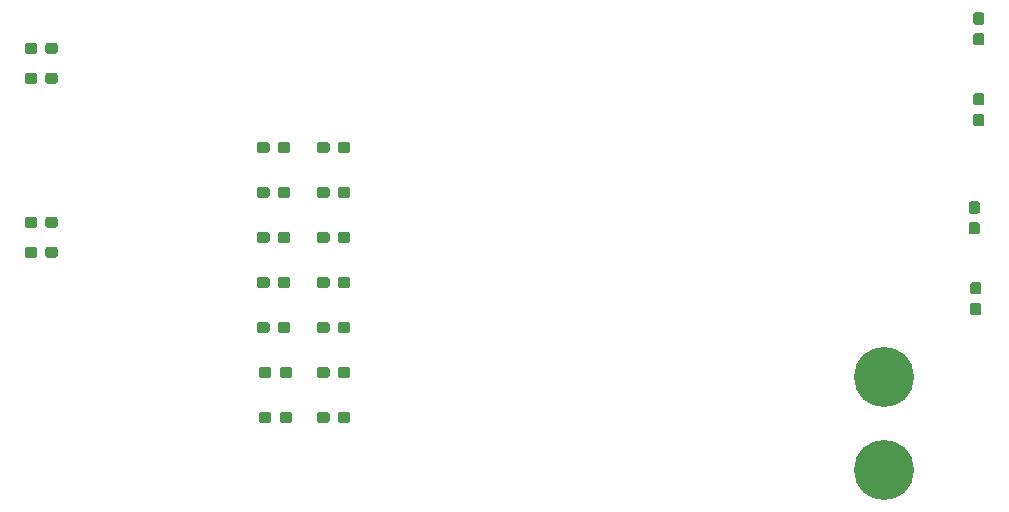
<source format=gbr>
G04 #@! TF.GenerationSoftware,KiCad,Pcbnew,(5.1.5)-3*
G04 #@! TF.CreationDate,2019-12-14T16:38:42-06:00*
G04 #@! TF.ProjectId,RaspberryPiBreakout_Hardware,52617370-6265-4727-9279-506942726561,rev?*
G04 #@! TF.SameCoordinates,Original*
G04 #@! TF.FileFunction,Paste,Top*
G04 #@! TF.FilePolarity,Positive*
%FSLAX46Y46*%
G04 Gerber Fmt 4.6, Leading zero omitted, Abs format (unit mm)*
G04 Created by KiCad (PCBNEW (5.1.5)-3) date 2019-12-14 16:38:42*
%MOMM*%
%LPD*%
G04 APERTURE LIST*
%ADD10C,0.100000*%
%ADD11C,5.080000*%
G04 APERTURE END LIST*
D10*
G36*
X169170779Y-90634144D02*
G01*
X169193834Y-90637563D01*
X169216443Y-90643227D01*
X169238387Y-90651079D01*
X169259457Y-90661044D01*
X169279448Y-90673026D01*
X169298168Y-90686910D01*
X169315438Y-90702562D01*
X169331090Y-90719832D01*
X169344974Y-90738552D01*
X169356956Y-90758543D01*
X169366921Y-90779613D01*
X169374773Y-90801557D01*
X169380437Y-90824166D01*
X169383856Y-90847221D01*
X169385000Y-90870500D01*
X169385000Y-91445500D01*
X169383856Y-91468779D01*
X169380437Y-91491834D01*
X169374773Y-91514443D01*
X169366921Y-91536387D01*
X169356956Y-91557457D01*
X169344974Y-91577448D01*
X169331090Y-91596168D01*
X169315438Y-91613438D01*
X169298168Y-91629090D01*
X169279448Y-91642974D01*
X169259457Y-91654956D01*
X169238387Y-91664921D01*
X169216443Y-91672773D01*
X169193834Y-91678437D01*
X169170779Y-91681856D01*
X169147500Y-91683000D01*
X168672500Y-91683000D01*
X168649221Y-91681856D01*
X168626166Y-91678437D01*
X168603557Y-91672773D01*
X168581613Y-91664921D01*
X168560543Y-91654956D01*
X168540552Y-91642974D01*
X168521832Y-91629090D01*
X168504562Y-91613438D01*
X168488910Y-91596168D01*
X168475026Y-91577448D01*
X168463044Y-91557457D01*
X168453079Y-91536387D01*
X168445227Y-91514443D01*
X168439563Y-91491834D01*
X168436144Y-91468779D01*
X168435000Y-91445500D01*
X168435000Y-90870500D01*
X168436144Y-90847221D01*
X168439563Y-90824166D01*
X168445227Y-90801557D01*
X168453079Y-90779613D01*
X168463044Y-90758543D01*
X168475026Y-90738552D01*
X168488910Y-90719832D01*
X168504562Y-90702562D01*
X168521832Y-90686910D01*
X168540552Y-90673026D01*
X168560543Y-90661044D01*
X168581613Y-90651079D01*
X168603557Y-90643227D01*
X168626166Y-90637563D01*
X168649221Y-90634144D01*
X168672500Y-90633000D01*
X169147500Y-90633000D01*
X169170779Y-90634144D01*
G37*
G36*
X169170779Y-88884144D02*
G01*
X169193834Y-88887563D01*
X169216443Y-88893227D01*
X169238387Y-88901079D01*
X169259457Y-88911044D01*
X169279448Y-88923026D01*
X169298168Y-88936910D01*
X169315438Y-88952562D01*
X169331090Y-88969832D01*
X169344974Y-88988552D01*
X169356956Y-89008543D01*
X169366921Y-89029613D01*
X169374773Y-89051557D01*
X169380437Y-89074166D01*
X169383856Y-89097221D01*
X169385000Y-89120500D01*
X169385000Y-89695500D01*
X169383856Y-89718779D01*
X169380437Y-89741834D01*
X169374773Y-89764443D01*
X169366921Y-89786387D01*
X169356956Y-89807457D01*
X169344974Y-89827448D01*
X169331090Y-89846168D01*
X169315438Y-89863438D01*
X169298168Y-89879090D01*
X169279448Y-89892974D01*
X169259457Y-89904956D01*
X169238387Y-89914921D01*
X169216443Y-89922773D01*
X169193834Y-89928437D01*
X169170779Y-89931856D01*
X169147500Y-89933000D01*
X168672500Y-89933000D01*
X168649221Y-89931856D01*
X168626166Y-89928437D01*
X168603557Y-89922773D01*
X168581613Y-89914921D01*
X168560543Y-89904956D01*
X168540552Y-89892974D01*
X168521832Y-89879090D01*
X168504562Y-89863438D01*
X168488910Y-89846168D01*
X168475026Y-89827448D01*
X168463044Y-89807457D01*
X168453079Y-89786387D01*
X168445227Y-89764443D01*
X168439563Y-89741834D01*
X168436144Y-89718779D01*
X168435000Y-89695500D01*
X168435000Y-89120500D01*
X168436144Y-89097221D01*
X168439563Y-89074166D01*
X168445227Y-89051557D01*
X168453079Y-89029613D01*
X168463044Y-89008543D01*
X168475026Y-88988552D01*
X168488910Y-88969832D01*
X168504562Y-88952562D01*
X168521832Y-88936910D01*
X168540552Y-88923026D01*
X168560543Y-88911044D01*
X168581613Y-88901079D01*
X168603557Y-88893227D01*
X168626166Y-88887563D01*
X168649221Y-88884144D01*
X168672500Y-88883000D01*
X169147500Y-88883000D01*
X169170779Y-88884144D01*
G37*
G36*
X169170779Y-83804144D02*
G01*
X169193834Y-83807563D01*
X169216443Y-83813227D01*
X169238387Y-83821079D01*
X169259457Y-83831044D01*
X169279448Y-83843026D01*
X169298168Y-83856910D01*
X169315438Y-83872562D01*
X169331090Y-83889832D01*
X169344974Y-83908552D01*
X169356956Y-83928543D01*
X169366921Y-83949613D01*
X169374773Y-83971557D01*
X169380437Y-83994166D01*
X169383856Y-84017221D01*
X169385000Y-84040500D01*
X169385000Y-84615500D01*
X169383856Y-84638779D01*
X169380437Y-84661834D01*
X169374773Y-84684443D01*
X169366921Y-84706387D01*
X169356956Y-84727457D01*
X169344974Y-84747448D01*
X169331090Y-84766168D01*
X169315438Y-84783438D01*
X169298168Y-84799090D01*
X169279448Y-84812974D01*
X169259457Y-84824956D01*
X169238387Y-84834921D01*
X169216443Y-84842773D01*
X169193834Y-84848437D01*
X169170779Y-84851856D01*
X169147500Y-84853000D01*
X168672500Y-84853000D01*
X168649221Y-84851856D01*
X168626166Y-84848437D01*
X168603557Y-84842773D01*
X168581613Y-84834921D01*
X168560543Y-84824956D01*
X168540552Y-84812974D01*
X168521832Y-84799090D01*
X168504562Y-84783438D01*
X168488910Y-84766168D01*
X168475026Y-84747448D01*
X168463044Y-84727457D01*
X168453079Y-84706387D01*
X168445227Y-84684443D01*
X168439563Y-84661834D01*
X168436144Y-84638779D01*
X168435000Y-84615500D01*
X168435000Y-84040500D01*
X168436144Y-84017221D01*
X168439563Y-83994166D01*
X168445227Y-83971557D01*
X168453079Y-83949613D01*
X168463044Y-83928543D01*
X168475026Y-83908552D01*
X168488910Y-83889832D01*
X168504562Y-83872562D01*
X168521832Y-83856910D01*
X168540552Y-83843026D01*
X168560543Y-83831044D01*
X168581613Y-83821079D01*
X168603557Y-83813227D01*
X168626166Y-83807563D01*
X168649221Y-83804144D01*
X168672500Y-83803000D01*
X169147500Y-83803000D01*
X169170779Y-83804144D01*
G37*
G36*
X169170779Y-82054144D02*
G01*
X169193834Y-82057563D01*
X169216443Y-82063227D01*
X169238387Y-82071079D01*
X169259457Y-82081044D01*
X169279448Y-82093026D01*
X169298168Y-82106910D01*
X169315438Y-82122562D01*
X169331090Y-82139832D01*
X169344974Y-82158552D01*
X169356956Y-82178543D01*
X169366921Y-82199613D01*
X169374773Y-82221557D01*
X169380437Y-82244166D01*
X169383856Y-82267221D01*
X169385000Y-82290500D01*
X169385000Y-82865500D01*
X169383856Y-82888779D01*
X169380437Y-82911834D01*
X169374773Y-82934443D01*
X169366921Y-82956387D01*
X169356956Y-82977457D01*
X169344974Y-82997448D01*
X169331090Y-83016168D01*
X169315438Y-83033438D01*
X169298168Y-83049090D01*
X169279448Y-83062974D01*
X169259457Y-83074956D01*
X169238387Y-83084921D01*
X169216443Y-83092773D01*
X169193834Y-83098437D01*
X169170779Y-83101856D01*
X169147500Y-83103000D01*
X168672500Y-83103000D01*
X168649221Y-83101856D01*
X168626166Y-83098437D01*
X168603557Y-83092773D01*
X168581613Y-83084921D01*
X168560543Y-83074956D01*
X168540552Y-83062974D01*
X168521832Y-83049090D01*
X168504562Y-83033438D01*
X168488910Y-83016168D01*
X168475026Y-82997448D01*
X168463044Y-82977457D01*
X168453079Y-82956387D01*
X168445227Y-82934443D01*
X168439563Y-82911834D01*
X168436144Y-82888779D01*
X168435000Y-82865500D01*
X168435000Y-82290500D01*
X168436144Y-82267221D01*
X168439563Y-82244166D01*
X168445227Y-82221557D01*
X168453079Y-82199613D01*
X168463044Y-82178543D01*
X168475026Y-82158552D01*
X168488910Y-82139832D01*
X168504562Y-82122562D01*
X168521832Y-82106910D01*
X168540552Y-82093026D01*
X168560543Y-82081044D01*
X168581613Y-82071079D01*
X168603557Y-82063227D01*
X168626166Y-82057563D01*
X168649221Y-82054144D01*
X168672500Y-82053000D01*
X169147500Y-82053000D01*
X169170779Y-82054144D01*
G37*
D11*
X160909000Y-120777000D03*
X160909000Y-112903000D03*
D10*
G36*
X168789779Y-98056144D02*
G01*
X168812834Y-98059563D01*
X168835443Y-98065227D01*
X168857387Y-98073079D01*
X168878457Y-98083044D01*
X168898448Y-98095026D01*
X168917168Y-98108910D01*
X168934438Y-98124562D01*
X168950090Y-98141832D01*
X168963974Y-98160552D01*
X168975956Y-98180543D01*
X168985921Y-98201613D01*
X168993773Y-98223557D01*
X168999437Y-98246166D01*
X169002856Y-98269221D01*
X169004000Y-98292500D01*
X169004000Y-98867500D01*
X169002856Y-98890779D01*
X168999437Y-98913834D01*
X168993773Y-98936443D01*
X168985921Y-98958387D01*
X168975956Y-98979457D01*
X168963974Y-98999448D01*
X168950090Y-99018168D01*
X168934438Y-99035438D01*
X168917168Y-99051090D01*
X168898448Y-99064974D01*
X168878457Y-99076956D01*
X168857387Y-99086921D01*
X168835443Y-99094773D01*
X168812834Y-99100437D01*
X168789779Y-99103856D01*
X168766500Y-99105000D01*
X168291500Y-99105000D01*
X168268221Y-99103856D01*
X168245166Y-99100437D01*
X168222557Y-99094773D01*
X168200613Y-99086921D01*
X168179543Y-99076956D01*
X168159552Y-99064974D01*
X168140832Y-99051090D01*
X168123562Y-99035438D01*
X168107910Y-99018168D01*
X168094026Y-98999448D01*
X168082044Y-98979457D01*
X168072079Y-98958387D01*
X168064227Y-98936443D01*
X168058563Y-98913834D01*
X168055144Y-98890779D01*
X168054000Y-98867500D01*
X168054000Y-98292500D01*
X168055144Y-98269221D01*
X168058563Y-98246166D01*
X168064227Y-98223557D01*
X168072079Y-98201613D01*
X168082044Y-98180543D01*
X168094026Y-98160552D01*
X168107910Y-98141832D01*
X168123562Y-98124562D01*
X168140832Y-98108910D01*
X168159552Y-98095026D01*
X168179543Y-98083044D01*
X168200613Y-98073079D01*
X168222557Y-98065227D01*
X168245166Y-98059563D01*
X168268221Y-98056144D01*
X168291500Y-98055000D01*
X168766500Y-98055000D01*
X168789779Y-98056144D01*
G37*
G36*
X168789779Y-99806144D02*
G01*
X168812834Y-99809563D01*
X168835443Y-99815227D01*
X168857387Y-99823079D01*
X168878457Y-99833044D01*
X168898448Y-99845026D01*
X168917168Y-99858910D01*
X168934438Y-99874562D01*
X168950090Y-99891832D01*
X168963974Y-99910552D01*
X168975956Y-99930543D01*
X168985921Y-99951613D01*
X168993773Y-99973557D01*
X168999437Y-99996166D01*
X169002856Y-100019221D01*
X169004000Y-100042500D01*
X169004000Y-100617500D01*
X169002856Y-100640779D01*
X168999437Y-100663834D01*
X168993773Y-100686443D01*
X168985921Y-100708387D01*
X168975956Y-100729457D01*
X168963974Y-100749448D01*
X168950090Y-100768168D01*
X168934438Y-100785438D01*
X168917168Y-100801090D01*
X168898448Y-100814974D01*
X168878457Y-100826956D01*
X168857387Y-100836921D01*
X168835443Y-100844773D01*
X168812834Y-100850437D01*
X168789779Y-100853856D01*
X168766500Y-100855000D01*
X168291500Y-100855000D01*
X168268221Y-100853856D01*
X168245166Y-100850437D01*
X168222557Y-100844773D01*
X168200613Y-100836921D01*
X168179543Y-100826956D01*
X168159552Y-100814974D01*
X168140832Y-100801090D01*
X168123562Y-100785438D01*
X168107910Y-100768168D01*
X168094026Y-100749448D01*
X168082044Y-100729457D01*
X168072079Y-100708387D01*
X168064227Y-100686443D01*
X168058563Y-100663834D01*
X168055144Y-100640779D01*
X168054000Y-100617500D01*
X168054000Y-100042500D01*
X168055144Y-100019221D01*
X168058563Y-99996166D01*
X168064227Y-99973557D01*
X168072079Y-99951613D01*
X168082044Y-99930543D01*
X168094026Y-99910552D01*
X168107910Y-99891832D01*
X168123562Y-99874562D01*
X168140832Y-99858910D01*
X168159552Y-99845026D01*
X168179543Y-99833044D01*
X168200613Y-99823079D01*
X168222557Y-99815227D01*
X168245166Y-99809563D01*
X168268221Y-99806144D01*
X168291500Y-99805000D01*
X168766500Y-99805000D01*
X168789779Y-99806144D01*
G37*
G36*
X168916779Y-104886144D02*
G01*
X168939834Y-104889563D01*
X168962443Y-104895227D01*
X168984387Y-104903079D01*
X169005457Y-104913044D01*
X169025448Y-104925026D01*
X169044168Y-104938910D01*
X169061438Y-104954562D01*
X169077090Y-104971832D01*
X169090974Y-104990552D01*
X169102956Y-105010543D01*
X169112921Y-105031613D01*
X169120773Y-105053557D01*
X169126437Y-105076166D01*
X169129856Y-105099221D01*
X169131000Y-105122500D01*
X169131000Y-105697500D01*
X169129856Y-105720779D01*
X169126437Y-105743834D01*
X169120773Y-105766443D01*
X169112921Y-105788387D01*
X169102956Y-105809457D01*
X169090974Y-105829448D01*
X169077090Y-105848168D01*
X169061438Y-105865438D01*
X169044168Y-105881090D01*
X169025448Y-105894974D01*
X169005457Y-105906956D01*
X168984387Y-105916921D01*
X168962443Y-105924773D01*
X168939834Y-105930437D01*
X168916779Y-105933856D01*
X168893500Y-105935000D01*
X168418500Y-105935000D01*
X168395221Y-105933856D01*
X168372166Y-105930437D01*
X168349557Y-105924773D01*
X168327613Y-105916921D01*
X168306543Y-105906956D01*
X168286552Y-105894974D01*
X168267832Y-105881090D01*
X168250562Y-105865438D01*
X168234910Y-105848168D01*
X168221026Y-105829448D01*
X168209044Y-105809457D01*
X168199079Y-105788387D01*
X168191227Y-105766443D01*
X168185563Y-105743834D01*
X168182144Y-105720779D01*
X168181000Y-105697500D01*
X168181000Y-105122500D01*
X168182144Y-105099221D01*
X168185563Y-105076166D01*
X168191227Y-105053557D01*
X168199079Y-105031613D01*
X168209044Y-105010543D01*
X168221026Y-104990552D01*
X168234910Y-104971832D01*
X168250562Y-104954562D01*
X168267832Y-104938910D01*
X168286552Y-104925026D01*
X168306543Y-104913044D01*
X168327613Y-104903079D01*
X168349557Y-104895227D01*
X168372166Y-104889563D01*
X168395221Y-104886144D01*
X168418500Y-104885000D01*
X168893500Y-104885000D01*
X168916779Y-104886144D01*
G37*
G36*
X168916779Y-106636144D02*
G01*
X168939834Y-106639563D01*
X168962443Y-106645227D01*
X168984387Y-106653079D01*
X169005457Y-106663044D01*
X169025448Y-106675026D01*
X169044168Y-106688910D01*
X169061438Y-106704562D01*
X169077090Y-106721832D01*
X169090974Y-106740552D01*
X169102956Y-106760543D01*
X169112921Y-106781613D01*
X169120773Y-106803557D01*
X169126437Y-106826166D01*
X169129856Y-106849221D01*
X169131000Y-106872500D01*
X169131000Y-107447500D01*
X169129856Y-107470779D01*
X169126437Y-107493834D01*
X169120773Y-107516443D01*
X169112921Y-107538387D01*
X169102956Y-107559457D01*
X169090974Y-107579448D01*
X169077090Y-107598168D01*
X169061438Y-107615438D01*
X169044168Y-107631090D01*
X169025448Y-107644974D01*
X169005457Y-107656956D01*
X168984387Y-107666921D01*
X168962443Y-107674773D01*
X168939834Y-107680437D01*
X168916779Y-107683856D01*
X168893500Y-107685000D01*
X168418500Y-107685000D01*
X168395221Y-107683856D01*
X168372166Y-107680437D01*
X168349557Y-107674773D01*
X168327613Y-107666921D01*
X168306543Y-107656956D01*
X168286552Y-107644974D01*
X168267832Y-107631090D01*
X168250562Y-107615438D01*
X168234910Y-107598168D01*
X168221026Y-107579448D01*
X168209044Y-107559457D01*
X168199079Y-107538387D01*
X168191227Y-107516443D01*
X168185563Y-107493834D01*
X168182144Y-107470779D01*
X168181000Y-107447500D01*
X168181000Y-106872500D01*
X168182144Y-106849221D01*
X168185563Y-106826166D01*
X168191227Y-106803557D01*
X168199079Y-106781613D01*
X168209044Y-106760543D01*
X168221026Y-106740552D01*
X168234910Y-106721832D01*
X168250562Y-106704562D01*
X168267832Y-106688910D01*
X168286552Y-106675026D01*
X168306543Y-106663044D01*
X168327613Y-106653079D01*
X168349557Y-106645227D01*
X168372166Y-106639563D01*
X168395221Y-106636144D01*
X168418500Y-106635000D01*
X168893500Y-106635000D01*
X168916779Y-106636144D01*
G37*
G36*
X115471779Y-92998144D02*
G01*
X115494834Y-93001563D01*
X115517443Y-93007227D01*
X115539387Y-93015079D01*
X115560457Y-93025044D01*
X115580448Y-93037026D01*
X115599168Y-93050910D01*
X115616438Y-93066562D01*
X115632090Y-93083832D01*
X115645974Y-93102552D01*
X115657956Y-93122543D01*
X115667921Y-93143613D01*
X115675773Y-93165557D01*
X115681437Y-93188166D01*
X115684856Y-93211221D01*
X115686000Y-93234500D01*
X115686000Y-93709500D01*
X115684856Y-93732779D01*
X115681437Y-93755834D01*
X115675773Y-93778443D01*
X115667921Y-93800387D01*
X115657956Y-93821457D01*
X115645974Y-93841448D01*
X115632090Y-93860168D01*
X115616438Y-93877438D01*
X115599168Y-93893090D01*
X115580448Y-93906974D01*
X115560457Y-93918956D01*
X115539387Y-93928921D01*
X115517443Y-93936773D01*
X115494834Y-93942437D01*
X115471779Y-93945856D01*
X115448500Y-93947000D01*
X114873500Y-93947000D01*
X114850221Y-93945856D01*
X114827166Y-93942437D01*
X114804557Y-93936773D01*
X114782613Y-93928921D01*
X114761543Y-93918956D01*
X114741552Y-93906974D01*
X114722832Y-93893090D01*
X114705562Y-93877438D01*
X114689910Y-93860168D01*
X114676026Y-93841448D01*
X114664044Y-93821457D01*
X114654079Y-93800387D01*
X114646227Y-93778443D01*
X114640563Y-93755834D01*
X114637144Y-93732779D01*
X114636000Y-93709500D01*
X114636000Y-93234500D01*
X114637144Y-93211221D01*
X114640563Y-93188166D01*
X114646227Y-93165557D01*
X114654079Y-93143613D01*
X114664044Y-93122543D01*
X114676026Y-93102552D01*
X114689910Y-93083832D01*
X114705562Y-93066562D01*
X114722832Y-93050910D01*
X114741552Y-93037026D01*
X114761543Y-93025044D01*
X114782613Y-93015079D01*
X114804557Y-93007227D01*
X114827166Y-93001563D01*
X114850221Y-92998144D01*
X114873500Y-92997000D01*
X115448500Y-92997000D01*
X115471779Y-92998144D01*
G37*
G36*
X113721779Y-92998144D02*
G01*
X113744834Y-93001563D01*
X113767443Y-93007227D01*
X113789387Y-93015079D01*
X113810457Y-93025044D01*
X113830448Y-93037026D01*
X113849168Y-93050910D01*
X113866438Y-93066562D01*
X113882090Y-93083832D01*
X113895974Y-93102552D01*
X113907956Y-93122543D01*
X113917921Y-93143613D01*
X113925773Y-93165557D01*
X113931437Y-93188166D01*
X113934856Y-93211221D01*
X113936000Y-93234500D01*
X113936000Y-93709500D01*
X113934856Y-93732779D01*
X113931437Y-93755834D01*
X113925773Y-93778443D01*
X113917921Y-93800387D01*
X113907956Y-93821457D01*
X113895974Y-93841448D01*
X113882090Y-93860168D01*
X113866438Y-93877438D01*
X113849168Y-93893090D01*
X113830448Y-93906974D01*
X113810457Y-93918956D01*
X113789387Y-93928921D01*
X113767443Y-93936773D01*
X113744834Y-93942437D01*
X113721779Y-93945856D01*
X113698500Y-93947000D01*
X113123500Y-93947000D01*
X113100221Y-93945856D01*
X113077166Y-93942437D01*
X113054557Y-93936773D01*
X113032613Y-93928921D01*
X113011543Y-93918956D01*
X112991552Y-93906974D01*
X112972832Y-93893090D01*
X112955562Y-93877438D01*
X112939910Y-93860168D01*
X112926026Y-93841448D01*
X112914044Y-93821457D01*
X112904079Y-93800387D01*
X112896227Y-93778443D01*
X112890563Y-93755834D01*
X112887144Y-93732779D01*
X112886000Y-93709500D01*
X112886000Y-93234500D01*
X112887144Y-93211221D01*
X112890563Y-93188166D01*
X112896227Y-93165557D01*
X112904079Y-93143613D01*
X112914044Y-93122543D01*
X112926026Y-93102552D01*
X112939910Y-93083832D01*
X112955562Y-93066562D01*
X112972832Y-93050910D01*
X112991552Y-93037026D01*
X113011543Y-93025044D01*
X113032613Y-93015079D01*
X113054557Y-93007227D01*
X113077166Y-93001563D01*
X113100221Y-92998144D01*
X113123500Y-92997000D01*
X113698500Y-92997000D01*
X113721779Y-92998144D01*
G37*
G36*
X115471779Y-100618144D02*
G01*
X115494834Y-100621563D01*
X115517443Y-100627227D01*
X115539387Y-100635079D01*
X115560457Y-100645044D01*
X115580448Y-100657026D01*
X115599168Y-100670910D01*
X115616438Y-100686562D01*
X115632090Y-100703832D01*
X115645974Y-100722552D01*
X115657956Y-100742543D01*
X115667921Y-100763613D01*
X115675773Y-100785557D01*
X115681437Y-100808166D01*
X115684856Y-100831221D01*
X115686000Y-100854500D01*
X115686000Y-101329500D01*
X115684856Y-101352779D01*
X115681437Y-101375834D01*
X115675773Y-101398443D01*
X115667921Y-101420387D01*
X115657956Y-101441457D01*
X115645974Y-101461448D01*
X115632090Y-101480168D01*
X115616438Y-101497438D01*
X115599168Y-101513090D01*
X115580448Y-101526974D01*
X115560457Y-101538956D01*
X115539387Y-101548921D01*
X115517443Y-101556773D01*
X115494834Y-101562437D01*
X115471779Y-101565856D01*
X115448500Y-101567000D01*
X114873500Y-101567000D01*
X114850221Y-101565856D01*
X114827166Y-101562437D01*
X114804557Y-101556773D01*
X114782613Y-101548921D01*
X114761543Y-101538956D01*
X114741552Y-101526974D01*
X114722832Y-101513090D01*
X114705562Y-101497438D01*
X114689910Y-101480168D01*
X114676026Y-101461448D01*
X114664044Y-101441457D01*
X114654079Y-101420387D01*
X114646227Y-101398443D01*
X114640563Y-101375834D01*
X114637144Y-101352779D01*
X114636000Y-101329500D01*
X114636000Y-100854500D01*
X114637144Y-100831221D01*
X114640563Y-100808166D01*
X114646227Y-100785557D01*
X114654079Y-100763613D01*
X114664044Y-100742543D01*
X114676026Y-100722552D01*
X114689910Y-100703832D01*
X114705562Y-100686562D01*
X114722832Y-100670910D01*
X114741552Y-100657026D01*
X114761543Y-100645044D01*
X114782613Y-100635079D01*
X114804557Y-100627227D01*
X114827166Y-100621563D01*
X114850221Y-100618144D01*
X114873500Y-100617000D01*
X115448500Y-100617000D01*
X115471779Y-100618144D01*
G37*
G36*
X113721779Y-100618144D02*
G01*
X113744834Y-100621563D01*
X113767443Y-100627227D01*
X113789387Y-100635079D01*
X113810457Y-100645044D01*
X113830448Y-100657026D01*
X113849168Y-100670910D01*
X113866438Y-100686562D01*
X113882090Y-100703832D01*
X113895974Y-100722552D01*
X113907956Y-100742543D01*
X113917921Y-100763613D01*
X113925773Y-100785557D01*
X113931437Y-100808166D01*
X113934856Y-100831221D01*
X113936000Y-100854500D01*
X113936000Y-101329500D01*
X113934856Y-101352779D01*
X113931437Y-101375834D01*
X113925773Y-101398443D01*
X113917921Y-101420387D01*
X113907956Y-101441457D01*
X113895974Y-101461448D01*
X113882090Y-101480168D01*
X113866438Y-101497438D01*
X113849168Y-101513090D01*
X113830448Y-101526974D01*
X113810457Y-101538956D01*
X113789387Y-101548921D01*
X113767443Y-101556773D01*
X113744834Y-101562437D01*
X113721779Y-101565856D01*
X113698500Y-101567000D01*
X113123500Y-101567000D01*
X113100221Y-101565856D01*
X113077166Y-101562437D01*
X113054557Y-101556773D01*
X113032613Y-101548921D01*
X113011543Y-101538956D01*
X112991552Y-101526974D01*
X112972832Y-101513090D01*
X112955562Y-101497438D01*
X112939910Y-101480168D01*
X112926026Y-101461448D01*
X112914044Y-101441457D01*
X112904079Y-101420387D01*
X112896227Y-101398443D01*
X112890563Y-101375834D01*
X112887144Y-101352779D01*
X112886000Y-101329500D01*
X112886000Y-100854500D01*
X112887144Y-100831221D01*
X112890563Y-100808166D01*
X112896227Y-100785557D01*
X112904079Y-100763613D01*
X112914044Y-100742543D01*
X112926026Y-100722552D01*
X112939910Y-100703832D01*
X112955562Y-100686562D01*
X112972832Y-100670910D01*
X112991552Y-100657026D01*
X113011543Y-100645044D01*
X113032613Y-100635079D01*
X113054557Y-100627227D01*
X113077166Y-100621563D01*
X113100221Y-100618144D01*
X113123500Y-100617000D01*
X113698500Y-100617000D01*
X113721779Y-100618144D01*
G37*
G36*
X113721779Y-115858144D02*
G01*
X113744834Y-115861563D01*
X113767443Y-115867227D01*
X113789387Y-115875079D01*
X113810457Y-115885044D01*
X113830448Y-115897026D01*
X113849168Y-115910910D01*
X113866438Y-115926562D01*
X113882090Y-115943832D01*
X113895974Y-115962552D01*
X113907956Y-115982543D01*
X113917921Y-116003613D01*
X113925773Y-116025557D01*
X113931437Y-116048166D01*
X113934856Y-116071221D01*
X113936000Y-116094500D01*
X113936000Y-116569500D01*
X113934856Y-116592779D01*
X113931437Y-116615834D01*
X113925773Y-116638443D01*
X113917921Y-116660387D01*
X113907956Y-116681457D01*
X113895974Y-116701448D01*
X113882090Y-116720168D01*
X113866438Y-116737438D01*
X113849168Y-116753090D01*
X113830448Y-116766974D01*
X113810457Y-116778956D01*
X113789387Y-116788921D01*
X113767443Y-116796773D01*
X113744834Y-116802437D01*
X113721779Y-116805856D01*
X113698500Y-116807000D01*
X113123500Y-116807000D01*
X113100221Y-116805856D01*
X113077166Y-116802437D01*
X113054557Y-116796773D01*
X113032613Y-116788921D01*
X113011543Y-116778956D01*
X112991552Y-116766974D01*
X112972832Y-116753090D01*
X112955562Y-116737438D01*
X112939910Y-116720168D01*
X112926026Y-116701448D01*
X112914044Y-116681457D01*
X112904079Y-116660387D01*
X112896227Y-116638443D01*
X112890563Y-116615834D01*
X112887144Y-116592779D01*
X112886000Y-116569500D01*
X112886000Y-116094500D01*
X112887144Y-116071221D01*
X112890563Y-116048166D01*
X112896227Y-116025557D01*
X112904079Y-116003613D01*
X112914044Y-115982543D01*
X112926026Y-115962552D01*
X112939910Y-115943832D01*
X112955562Y-115926562D01*
X112972832Y-115910910D01*
X112991552Y-115897026D01*
X113011543Y-115885044D01*
X113032613Y-115875079D01*
X113054557Y-115867227D01*
X113077166Y-115861563D01*
X113100221Y-115858144D01*
X113123500Y-115857000D01*
X113698500Y-115857000D01*
X113721779Y-115858144D01*
G37*
G36*
X115471779Y-115858144D02*
G01*
X115494834Y-115861563D01*
X115517443Y-115867227D01*
X115539387Y-115875079D01*
X115560457Y-115885044D01*
X115580448Y-115897026D01*
X115599168Y-115910910D01*
X115616438Y-115926562D01*
X115632090Y-115943832D01*
X115645974Y-115962552D01*
X115657956Y-115982543D01*
X115667921Y-116003613D01*
X115675773Y-116025557D01*
X115681437Y-116048166D01*
X115684856Y-116071221D01*
X115686000Y-116094500D01*
X115686000Y-116569500D01*
X115684856Y-116592779D01*
X115681437Y-116615834D01*
X115675773Y-116638443D01*
X115667921Y-116660387D01*
X115657956Y-116681457D01*
X115645974Y-116701448D01*
X115632090Y-116720168D01*
X115616438Y-116737438D01*
X115599168Y-116753090D01*
X115580448Y-116766974D01*
X115560457Y-116778956D01*
X115539387Y-116788921D01*
X115517443Y-116796773D01*
X115494834Y-116802437D01*
X115471779Y-116805856D01*
X115448500Y-116807000D01*
X114873500Y-116807000D01*
X114850221Y-116805856D01*
X114827166Y-116802437D01*
X114804557Y-116796773D01*
X114782613Y-116788921D01*
X114761543Y-116778956D01*
X114741552Y-116766974D01*
X114722832Y-116753090D01*
X114705562Y-116737438D01*
X114689910Y-116720168D01*
X114676026Y-116701448D01*
X114664044Y-116681457D01*
X114654079Y-116660387D01*
X114646227Y-116638443D01*
X114640563Y-116615834D01*
X114637144Y-116592779D01*
X114636000Y-116569500D01*
X114636000Y-116094500D01*
X114637144Y-116071221D01*
X114640563Y-116048166D01*
X114646227Y-116025557D01*
X114654079Y-116003613D01*
X114664044Y-115982543D01*
X114676026Y-115962552D01*
X114689910Y-115943832D01*
X114705562Y-115926562D01*
X114722832Y-115910910D01*
X114741552Y-115897026D01*
X114761543Y-115885044D01*
X114782613Y-115875079D01*
X114804557Y-115867227D01*
X114827166Y-115861563D01*
X114850221Y-115858144D01*
X114873500Y-115857000D01*
X115448500Y-115857000D01*
X115471779Y-115858144D01*
G37*
G36*
X115471779Y-112048144D02*
G01*
X115494834Y-112051563D01*
X115517443Y-112057227D01*
X115539387Y-112065079D01*
X115560457Y-112075044D01*
X115580448Y-112087026D01*
X115599168Y-112100910D01*
X115616438Y-112116562D01*
X115632090Y-112133832D01*
X115645974Y-112152552D01*
X115657956Y-112172543D01*
X115667921Y-112193613D01*
X115675773Y-112215557D01*
X115681437Y-112238166D01*
X115684856Y-112261221D01*
X115686000Y-112284500D01*
X115686000Y-112759500D01*
X115684856Y-112782779D01*
X115681437Y-112805834D01*
X115675773Y-112828443D01*
X115667921Y-112850387D01*
X115657956Y-112871457D01*
X115645974Y-112891448D01*
X115632090Y-112910168D01*
X115616438Y-112927438D01*
X115599168Y-112943090D01*
X115580448Y-112956974D01*
X115560457Y-112968956D01*
X115539387Y-112978921D01*
X115517443Y-112986773D01*
X115494834Y-112992437D01*
X115471779Y-112995856D01*
X115448500Y-112997000D01*
X114873500Y-112997000D01*
X114850221Y-112995856D01*
X114827166Y-112992437D01*
X114804557Y-112986773D01*
X114782613Y-112978921D01*
X114761543Y-112968956D01*
X114741552Y-112956974D01*
X114722832Y-112943090D01*
X114705562Y-112927438D01*
X114689910Y-112910168D01*
X114676026Y-112891448D01*
X114664044Y-112871457D01*
X114654079Y-112850387D01*
X114646227Y-112828443D01*
X114640563Y-112805834D01*
X114637144Y-112782779D01*
X114636000Y-112759500D01*
X114636000Y-112284500D01*
X114637144Y-112261221D01*
X114640563Y-112238166D01*
X114646227Y-112215557D01*
X114654079Y-112193613D01*
X114664044Y-112172543D01*
X114676026Y-112152552D01*
X114689910Y-112133832D01*
X114705562Y-112116562D01*
X114722832Y-112100910D01*
X114741552Y-112087026D01*
X114761543Y-112075044D01*
X114782613Y-112065079D01*
X114804557Y-112057227D01*
X114827166Y-112051563D01*
X114850221Y-112048144D01*
X114873500Y-112047000D01*
X115448500Y-112047000D01*
X115471779Y-112048144D01*
G37*
G36*
X113721779Y-112048144D02*
G01*
X113744834Y-112051563D01*
X113767443Y-112057227D01*
X113789387Y-112065079D01*
X113810457Y-112075044D01*
X113830448Y-112087026D01*
X113849168Y-112100910D01*
X113866438Y-112116562D01*
X113882090Y-112133832D01*
X113895974Y-112152552D01*
X113907956Y-112172543D01*
X113917921Y-112193613D01*
X113925773Y-112215557D01*
X113931437Y-112238166D01*
X113934856Y-112261221D01*
X113936000Y-112284500D01*
X113936000Y-112759500D01*
X113934856Y-112782779D01*
X113931437Y-112805834D01*
X113925773Y-112828443D01*
X113917921Y-112850387D01*
X113907956Y-112871457D01*
X113895974Y-112891448D01*
X113882090Y-112910168D01*
X113866438Y-112927438D01*
X113849168Y-112943090D01*
X113830448Y-112956974D01*
X113810457Y-112968956D01*
X113789387Y-112978921D01*
X113767443Y-112986773D01*
X113744834Y-112992437D01*
X113721779Y-112995856D01*
X113698500Y-112997000D01*
X113123500Y-112997000D01*
X113100221Y-112995856D01*
X113077166Y-112992437D01*
X113054557Y-112986773D01*
X113032613Y-112978921D01*
X113011543Y-112968956D01*
X112991552Y-112956974D01*
X112972832Y-112943090D01*
X112955562Y-112927438D01*
X112939910Y-112910168D01*
X112926026Y-112891448D01*
X112914044Y-112871457D01*
X112904079Y-112850387D01*
X112896227Y-112828443D01*
X112890563Y-112805834D01*
X112887144Y-112782779D01*
X112886000Y-112759500D01*
X112886000Y-112284500D01*
X112887144Y-112261221D01*
X112890563Y-112238166D01*
X112896227Y-112215557D01*
X112904079Y-112193613D01*
X112914044Y-112172543D01*
X112926026Y-112152552D01*
X112939910Y-112133832D01*
X112955562Y-112116562D01*
X112972832Y-112100910D01*
X112991552Y-112087026D01*
X113011543Y-112075044D01*
X113032613Y-112065079D01*
X113054557Y-112057227D01*
X113077166Y-112051563D01*
X113100221Y-112048144D01*
X113123500Y-112047000D01*
X113698500Y-112047000D01*
X113721779Y-112048144D01*
G37*
G36*
X108641779Y-92998144D02*
G01*
X108664834Y-93001563D01*
X108687443Y-93007227D01*
X108709387Y-93015079D01*
X108730457Y-93025044D01*
X108750448Y-93037026D01*
X108769168Y-93050910D01*
X108786438Y-93066562D01*
X108802090Y-93083832D01*
X108815974Y-93102552D01*
X108827956Y-93122543D01*
X108837921Y-93143613D01*
X108845773Y-93165557D01*
X108851437Y-93188166D01*
X108854856Y-93211221D01*
X108856000Y-93234500D01*
X108856000Y-93709500D01*
X108854856Y-93732779D01*
X108851437Y-93755834D01*
X108845773Y-93778443D01*
X108837921Y-93800387D01*
X108827956Y-93821457D01*
X108815974Y-93841448D01*
X108802090Y-93860168D01*
X108786438Y-93877438D01*
X108769168Y-93893090D01*
X108750448Y-93906974D01*
X108730457Y-93918956D01*
X108709387Y-93928921D01*
X108687443Y-93936773D01*
X108664834Y-93942437D01*
X108641779Y-93945856D01*
X108618500Y-93947000D01*
X108043500Y-93947000D01*
X108020221Y-93945856D01*
X107997166Y-93942437D01*
X107974557Y-93936773D01*
X107952613Y-93928921D01*
X107931543Y-93918956D01*
X107911552Y-93906974D01*
X107892832Y-93893090D01*
X107875562Y-93877438D01*
X107859910Y-93860168D01*
X107846026Y-93841448D01*
X107834044Y-93821457D01*
X107824079Y-93800387D01*
X107816227Y-93778443D01*
X107810563Y-93755834D01*
X107807144Y-93732779D01*
X107806000Y-93709500D01*
X107806000Y-93234500D01*
X107807144Y-93211221D01*
X107810563Y-93188166D01*
X107816227Y-93165557D01*
X107824079Y-93143613D01*
X107834044Y-93122543D01*
X107846026Y-93102552D01*
X107859910Y-93083832D01*
X107875562Y-93066562D01*
X107892832Y-93050910D01*
X107911552Y-93037026D01*
X107931543Y-93025044D01*
X107952613Y-93015079D01*
X107974557Y-93007227D01*
X107997166Y-93001563D01*
X108020221Y-92998144D01*
X108043500Y-92997000D01*
X108618500Y-92997000D01*
X108641779Y-92998144D01*
G37*
G36*
X110391779Y-92998144D02*
G01*
X110414834Y-93001563D01*
X110437443Y-93007227D01*
X110459387Y-93015079D01*
X110480457Y-93025044D01*
X110500448Y-93037026D01*
X110519168Y-93050910D01*
X110536438Y-93066562D01*
X110552090Y-93083832D01*
X110565974Y-93102552D01*
X110577956Y-93122543D01*
X110587921Y-93143613D01*
X110595773Y-93165557D01*
X110601437Y-93188166D01*
X110604856Y-93211221D01*
X110606000Y-93234500D01*
X110606000Y-93709500D01*
X110604856Y-93732779D01*
X110601437Y-93755834D01*
X110595773Y-93778443D01*
X110587921Y-93800387D01*
X110577956Y-93821457D01*
X110565974Y-93841448D01*
X110552090Y-93860168D01*
X110536438Y-93877438D01*
X110519168Y-93893090D01*
X110500448Y-93906974D01*
X110480457Y-93918956D01*
X110459387Y-93928921D01*
X110437443Y-93936773D01*
X110414834Y-93942437D01*
X110391779Y-93945856D01*
X110368500Y-93947000D01*
X109793500Y-93947000D01*
X109770221Y-93945856D01*
X109747166Y-93942437D01*
X109724557Y-93936773D01*
X109702613Y-93928921D01*
X109681543Y-93918956D01*
X109661552Y-93906974D01*
X109642832Y-93893090D01*
X109625562Y-93877438D01*
X109609910Y-93860168D01*
X109596026Y-93841448D01*
X109584044Y-93821457D01*
X109574079Y-93800387D01*
X109566227Y-93778443D01*
X109560563Y-93755834D01*
X109557144Y-93732779D01*
X109556000Y-93709500D01*
X109556000Y-93234500D01*
X109557144Y-93211221D01*
X109560563Y-93188166D01*
X109566227Y-93165557D01*
X109574079Y-93143613D01*
X109584044Y-93122543D01*
X109596026Y-93102552D01*
X109609910Y-93083832D01*
X109625562Y-93066562D01*
X109642832Y-93050910D01*
X109661552Y-93037026D01*
X109681543Y-93025044D01*
X109702613Y-93015079D01*
X109724557Y-93007227D01*
X109747166Y-93001563D01*
X109770221Y-92998144D01*
X109793500Y-92997000D01*
X110368500Y-92997000D01*
X110391779Y-92998144D01*
G37*
G36*
X108641779Y-100618144D02*
G01*
X108664834Y-100621563D01*
X108687443Y-100627227D01*
X108709387Y-100635079D01*
X108730457Y-100645044D01*
X108750448Y-100657026D01*
X108769168Y-100670910D01*
X108786438Y-100686562D01*
X108802090Y-100703832D01*
X108815974Y-100722552D01*
X108827956Y-100742543D01*
X108837921Y-100763613D01*
X108845773Y-100785557D01*
X108851437Y-100808166D01*
X108854856Y-100831221D01*
X108856000Y-100854500D01*
X108856000Y-101329500D01*
X108854856Y-101352779D01*
X108851437Y-101375834D01*
X108845773Y-101398443D01*
X108837921Y-101420387D01*
X108827956Y-101441457D01*
X108815974Y-101461448D01*
X108802090Y-101480168D01*
X108786438Y-101497438D01*
X108769168Y-101513090D01*
X108750448Y-101526974D01*
X108730457Y-101538956D01*
X108709387Y-101548921D01*
X108687443Y-101556773D01*
X108664834Y-101562437D01*
X108641779Y-101565856D01*
X108618500Y-101567000D01*
X108043500Y-101567000D01*
X108020221Y-101565856D01*
X107997166Y-101562437D01*
X107974557Y-101556773D01*
X107952613Y-101548921D01*
X107931543Y-101538956D01*
X107911552Y-101526974D01*
X107892832Y-101513090D01*
X107875562Y-101497438D01*
X107859910Y-101480168D01*
X107846026Y-101461448D01*
X107834044Y-101441457D01*
X107824079Y-101420387D01*
X107816227Y-101398443D01*
X107810563Y-101375834D01*
X107807144Y-101352779D01*
X107806000Y-101329500D01*
X107806000Y-100854500D01*
X107807144Y-100831221D01*
X107810563Y-100808166D01*
X107816227Y-100785557D01*
X107824079Y-100763613D01*
X107834044Y-100742543D01*
X107846026Y-100722552D01*
X107859910Y-100703832D01*
X107875562Y-100686562D01*
X107892832Y-100670910D01*
X107911552Y-100657026D01*
X107931543Y-100645044D01*
X107952613Y-100635079D01*
X107974557Y-100627227D01*
X107997166Y-100621563D01*
X108020221Y-100618144D01*
X108043500Y-100617000D01*
X108618500Y-100617000D01*
X108641779Y-100618144D01*
G37*
G36*
X110391779Y-100618144D02*
G01*
X110414834Y-100621563D01*
X110437443Y-100627227D01*
X110459387Y-100635079D01*
X110480457Y-100645044D01*
X110500448Y-100657026D01*
X110519168Y-100670910D01*
X110536438Y-100686562D01*
X110552090Y-100703832D01*
X110565974Y-100722552D01*
X110577956Y-100742543D01*
X110587921Y-100763613D01*
X110595773Y-100785557D01*
X110601437Y-100808166D01*
X110604856Y-100831221D01*
X110606000Y-100854500D01*
X110606000Y-101329500D01*
X110604856Y-101352779D01*
X110601437Y-101375834D01*
X110595773Y-101398443D01*
X110587921Y-101420387D01*
X110577956Y-101441457D01*
X110565974Y-101461448D01*
X110552090Y-101480168D01*
X110536438Y-101497438D01*
X110519168Y-101513090D01*
X110500448Y-101526974D01*
X110480457Y-101538956D01*
X110459387Y-101548921D01*
X110437443Y-101556773D01*
X110414834Y-101562437D01*
X110391779Y-101565856D01*
X110368500Y-101567000D01*
X109793500Y-101567000D01*
X109770221Y-101565856D01*
X109747166Y-101562437D01*
X109724557Y-101556773D01*
X109702613Y-101548921D01*
X109681543Y-101538956D01*
X109661552Y-101526974D01*
X109642832Y-101513090D01*
X109625562Y-101497438D01*
X109609910Y-101480168D01*
X109596026Y-101461448D01*
X109584044Y-101441457D01*
X109574079Y-101420387D01*
X109566227Y-101398443D01*
X109560563Y-101375834D01*
X109557144Y-101352779D01*
X109556000Y-101329500D01*
X109556000Y-100854500D01*
X109557144Y-100831221D01*
X109560563Y-100808166D01*
X109566227Y-100785557D01*
X109574079Y-100763613D01*
X109584044Y-100742543D01*
X109596026Y-100722552D01*
X109609910Y-100703832D01*
X109625562Y-100686562D01*
X109642832Y-100670910D01*
X109661552Y-100657026D01*
X109681543Y-100645044D01*
X109702613Y-100635079D01*
X109724557Y-100627227D01*
X109747166Y-100621563D01*
X109770221Y-100618144D01*
X109793500Y-100617000D01*
X110368500Y-100617000D01*
X110391779Y-100618144D01*
G37*
G36*
X110546779Y-115858144D02*
G01*
X110569834Y-115861563D01*
X110592443Y-115867227D01*
X110614387Y-115875079D01*
X110635457Y-115885044D01*
X110655448Y-115897026D01*
X110674168Y-115910910D01*
X110691438Y-115926562D01*
X110707090Y-115943832D01*
X110720974Y-115962552D01*
X110732956Y-115982543D01*
X110742921Y-116003613D01*
X110750773Y-116025557D01*
X110756437Y-116048166D01*
X110759856Y-116071221D01*
X110761000Y-116094500D01*
X110761000Y-116569500D01*
X110759856Y-116592779D01*
X110756437Y-116615834D01*
X110750773Y-116638443D01*
X110742921Y-116660387D01*
X110732956Y-116681457D01*
X110720974Y-116701448D01*
X110707090Y-116720168D01*
X110691438Y-116737438D01*
X110674168Y-116753090D01*
X110655448Y-116766974D01*
X110635457Y-116778956D01*
X110614387Y-116788921D01*
X110592443Y-116796773D01*
X110569834Y-116802437D01*
X110546779Y-116805856D01*
X110523500Y-116807000D01*
X109948500Y-116807000D01*
X109925221Y-116805856D01*
X109902166Y-116802437D01*
X109879557Y-116796773D01*
X109857613Y-116788921D01*
X109836543Y-116778956D01*
X109816552Y-116766974D01*
X109797832Y-116753090D01*
X109780562Y-116737438D01*
X109764910Y-116720168D01*
X109751026Y-116701448D01*
X109739044Y-116681457D01*
X109729079Y-116660387D01*
X109721227Y-116638443D01*
X109715563Y-116615834D01*
X109712144Y-116592779D01*
X109711000Y-116569500D01*
X109711000Y-116094500D01*
X109712144Y-116071221D01*
X109715563Y-116048166D01*
X109721227Y-116025557D01*
X109729079Y-116003613D01*
X109739044Y-115982543D01*
X109751026Y-115962552D01*
X109764910Y-115943832D01*
X109780562Y-115926562D01*
X109797832Y-115910910D01*
X109816552Y-115897026D01*
X109836543Y-115885044D01*
X109857613Y-115875079D01*
X109879557Y-115867227D01*
X109902166Y-115861563D01*
X109925221Y-115858144D01*
X109948500Y-115857000D01*
X110523500Y-115857000D01*
X110546779Y-115858144D01*
G37*
G36*
X108796779Y-115858144D02*
G01*
X108819834Y-115861563D01*
X108842443Y-115867227D01*
X108864387Y-115875079D01*
X108885457Y-115885044D01*
X108905448Y-115897026D01*
X108924168Y-115910910D01*
X108941438Y-115926562D01*
X108957090Y-115943832D01*
X108970974Y-115962552D01*
X108982956Y-115982543D01*
X108992921Y-116003613D01*
X109000773Y-116025557D01*
X109006437Y-116048166D01*
X109009856Y-116071221D01*
X109011000Y-116094500D01*
X109011000Y-116569500D01*
X109009856Y-116592779D01*
X109006437Y-116615834D01*
X109000773Y-116638443D01*
X108992921Y-116660387D01*
X108982956Y-116681457D01*
X108970974Y-116701448D01*
X108957090Y-116720168D01*
X108941438Y-116737438D01*
X108924168Y-116753090D01*
X108905448Y-116766974D01*
X108885457Y-116778956D01*
X108864387Y-116788921D01*
X108842443Y-116796773D01*
X108819834Y-116802437D01*
X108796779Y-116805856D01*
X108773500Y-116807000D01*
X108198500Y-116807000D01*
X108175221Y-116805856D01*
X108152166Y-116802437D01*
X108129557Y-116796773D01*
X108107613Y-116788921D01*
X108086543Y-116778956D01*
X108066552Y-116766974D01*
X108047832Y-116753090D01*
X108030562Y-116737438D01*
X108014910Y-116720168D01*
X108001026Y-116701448D01*
X107989044Y-116681457D01*
X107979079Y-116660387D01*
X107971227Y-116638443D01*
X107965563Y-116615834D01*
X107962144Y-116592779D01*
X107961000Y-116569500D01*
X107961000Y-116094500D01*
X107962144Y-116071221D01*
X107965563Y-116048166D01*
X107971227Y-116025557D01*
X107979079Y-116003613D01*
X107989044Y-115982543D01*
X108001026Y-115962552D01*
X108014910Y-115943832D01*
X108030562Y-115926562D01*
X108047832Y-115910910D01*
X108066552Y-115897026D01*
X108086543Y-115885044D01*
X108107613Y-115875079D01*
X108129557Y-115867227D01*
X108152166Y-115861563D01*
X108175221Y-115858144D01*
X108198500Y-115857000D01*
X108773500Y-115857000D01*
X108796779Y-115858144D01*
G37*
G36*
X108796779Y-112048144D02*
G01*
X108819834Y-112051563D01*
X108842443Y-112057227D01*
X108864387Y-112065079D01*
X108885457Y-112075044D01*
X108905448Y-112087026D01*
X108924168Y-112100910D01*
X108941438Y-112116562D01*
X108957090Y-112133832D01*
X108970974Y-112152552D01*
X108982956Y-112172543D01*
X108992921Y-112193613D01*
X109000773Y-112215557D01*
X109006437Y-112238166D01*
X109009856Y-112261221D01*
X109011000Y-112284500D01*
X109011000Y-112759500D01*
X109009856Y-112782779D01*
X109006437Y-112805834D01*
X109000773Y-112828443D01*
X108992921Y-112850387D01*
X108982956Y-112871457D01*
X108970974Y-112891448D01*
X108957090Y-112910168D01*
X108941438Y-112927438D01*
X108924168Y-112943090D01*
X108905448Y-112956974D01*
X108885457Y-112968956D01*
X108864387Y-112978921D01*
X108842443Y-112986773D01*
X108819834Y-112992437D01*
X108796779Y-112995856D01*
X108773500Y-112997000D01*
X108198500Y-112997000D01*
X108175221Y-112995856D01*
X108152166Y-112992437D01*
X108129557Y-112986773D01*
X108107613Y-112978921D01*
X108086543Y-112968956D01*
X108066552Y-112956974D01*
X108047832Y-112943090D01*
X108030562Y-112927438D01*
X108014910Y-112910168D01*
X108001026Y-112891448D01*
X107989044Y-112871457D01*
X107979079Y-112850387D01*
X107971227Y-112828443D01*
X107965563Y-112805834D01*
X107962144Y-112782779D01*
X107961000Y-112759500D01*
X107961000Y-112284500D01*
X107962144Y-112261221D01*
X107965563Y-112238166D01*
X107971227Y-112215557D01*
X107979079Y-112193613D01*
X107989044Y-112172543D01*
X108001026Y-112152552D01*
X108014910Y-112133832D01*
X108030562Y-112116562D01*
X108047832Y-112100910D01*
X108066552Y-112087026D01*
X108086543Y-112075044D01*
X108107613Y-112065079D01*
X108129557Y-112057227D01*
X108152166Y-112051563D01*
X108175221Y-112048144D01*
X108198500Y-112047000D01*
X108773500Y-112047000D01*
X108796779Y-112048144D01*
G37*
G36*
X110546779Y-112048144D02*
G01*
X110569834Y-112051563D01*
X110592443Y-112057227D01*
X110614387Y-112065079D01*
X110635457Y-112075044D01*
X110655448Y-112087026D01*
X110674168Y-112100910D01*
X110691438Y-112116562D01*
X110707090Y-112133832D01*
X110720974Y-112152552D01*
X110732956Y-112172543D01*
X110742921Y-112193613D01*
X110750773Y-112215557D01*
X110756437Y-112238166D01*
X110759856Y-112261221D01*
X110761000Y-112284500D01*
X110761000Y-112759500D01*
X110759856Y-112782779D01*
X110756437Y-112805834D01*
X110750773Y-112828443D01*
X110742921Y-112850387D01*
X110732956Y-112871457D01*
X110720974Y-112891448D01*
X110707090Y-112910168D01*
X110691438Y-112927438D01*
X110674168Y-112943090D01*
X110655448Y-112956974D01*
X110635457Y-112968956D01*
X110614387Y-112978921D01*
X110592443Y-112986773D01*
X110569834Y-112992437D01*
X110546779Y-112995856D01*
X110523500Y-112997000D01*
X109948500Y-112997000D01*
X109925221Y-112995856D01*
X109902166Y-112992437D01*
X109879557Y-112986773D01*
X109857613Y-112978921D01*
X109836543Y-112968956D01*
X109816552Y-112956974D01*
X109797832Y-112943090D01*
X109780562Y-112927438D01*
X109764910Y-112910168D01*
X109751026Y-112891448D01*
X109739044Y-112871457D01*
X109729079Y-112850387D01*
X109721227Y-112828443D01*
X109715563Y-112805834D01*
X109712144Y-112782779D01*
X109711000Y-112759500D01*
X109711000Y-112284500D01*
X109712144Y-112261221D01*
X109715563Y-112238166D01*
X109721227Y-112215557D01*
X109729079Y-112193613D01*
X109739044Y-112172543D01*
X109751026Y-112152552D01*
X109764910Y-112133832D01*
X109780562Y-112116562D01*
X109797832Y-112100910D01*
X109816552Y-112087026D01*
X109836543Y-112075044D01*
X109857613Y-112065079D01*
X109879557Y-112057227D01*
X109902166Y-112051563D01*
X109925221Y-112048144D01*
X109948500Y-112047000D01*
X110523500Y-112047000D01*
X110546779Y-112048144D01*
G37*
G36*
X88956779Y-84616144D02*
G01*
X88979834Y-84619563D01*
X89002443Y-84625227D01*
X89024387Y-84633079D01*
X89045457Y-84643044D01*
X89065448Y-84655026D01*
X89084168Y-84668910D01*
X89101438Y-84684562D01*
X89117090Y-84701832D01*
X89130974Y-84720552D01*
X89142956Y-84740543D01*
X89152921Y-84761613D01*
X89160773Y-84783557D01*
X89166437Y-84806166D01*
X89169856Y-84829221D01*
X89171000Y-84852500D01*
X89171000Y-85327500D01*
X89169856Y-85350779D01*
X89166437Y-85373834D01*
X89160773Y-85396443D01*
X89152921Y-85418387D01*
X89142956Y-85439457D01*
X89130974Y-85459448D01*
X89117090Y-85478168D01*
X89101438Y-85495438D01*
X89084168Y-85511090D01*
X89065448Y-85524974D01*
X89045457Y-85536956D01*
X89024387Y-85546921D01*
X89002443Y-85554773D01*
X88979834Y-85560437D01*
X88956779Y-85563856D01*
X88933500Y-85565000D01*
X88358500Y-85565000D01*
X88335221Y-85563856D01*
X88312166Y-85560437D01*
X88289557Y-85554773D01*
X88267613Y-85546921D01*
X88246543Y-85536956D01*
X88226552Y-85524974D01*
X88207832Y-85511090D01*
X88190562Y-85495438D01*
X88174910Y-85478168D01*
X88161026Y-85459448D01*
X88149044Y-85439457D01*
X88139079Y-85418387D01*
X88131227Y-85396443D01*
X88125563Y-85373834D01*
X88122144Y-85350779D01*
X88121000Y-85327500D01*
X88121000Y-84852500D01*
X88122144Y-84829221D01*
X88125563Y-84806166D01*
X88131227Y-84783557D01*
X88139079Y-84761613D01*
X88149044Y-84740543D01*
X88161026Y-84720552D01*
X88174910Y-84701832D01*
X88190562Y-84684562D01*
X88207832Y-84668910D01*
X88226552Y-84655026D01*
X88246543Y-84643044D01*
X88267613Y-84633079D01*
X88289557Y-84625227D01*
X88312166Y-84619563D01*
X88335221Y-84616144D01*
X88358500Y-84615000D01*
X88933500Y-84615000D01*
X88956779Y-84616144D01*
G37*
G36*
X90706779Y-84616144D02*
G01*
X90729834Y-84619563D01*
X90752443Y-84625227D01*
X90774387Y-84633079D01*
X90795457Y-84643044D01*
X90815448Y-84655026D01*
X90834168Y-84668910D01*
X90851438Y-84684562D01*
X90867090Y-84701832D01*
X90880974Y-84720552D01*
X90892956Y-84740543D01*
X90902921Y-84761613D01*
X90910773Y-84783557D01*
X90916437Y-84806166D01*
X90919856Y-84829221D01*
X90921000Y-84852500D01*
X90921000Y-85327500D01*
X90919856Y-85350779D01*
X90916437Y-85373834D01*
X90910773Y-85396443D01*
X90902921Y-85418387D01*
X90892956Y-85439457D01*
X90880974Y-85459448D01*
X90867090Y-85478168D01*
X90851438Y-85495438D01*
X90834168Y-85511090D01*
X90815448Y-85524974D01*
X90795457Y-85536956D01*
X90774387Y-85546921D01*
X90752443Y-85554773D01*
X90729834Y-85560437D01*
X90706779Y-85563856D01*
X90683500Y-85565000D01*
X90108500Y-85565000D01*
X90085221Y-85563856D01*
X90062166Y-85560437D01*
X90039557Y-85554773D01*
X90017613Y-85546921D01*
X89996543Y-85536956D01*
X89976552Y-85524974D01*
X89957832Y-85511090D01*
X89940562Y-85495438D01*
X89924910Y-85478168D01*
X89911026Y-85459448D01*
X89899044Y-85439457D01*
X89889079Y-85418387D01*
X89881227Y-85396443D01*
X89875563Y-85373834D01*
X89872144Y-85350779D01*
X89871000Y-85327500D01*
X89871000Y-84852500D01*
X89872144Y-84829221D01*
X89875563Y-84806166D01*
X89881227Y-84783557D01*
X89889079Y-84761613D01*
X89899044Y-84740543D01*
X89911026Y-84720552D01*
X89924910Y-84701832D01*
X89940562Y-84684562D01*
X89957832Y-84668910D01*
X89976552Y-84655026D01*
X89996543Y-84643044D01*
X90017613Y-84633079D01*
X90039557Y-84625227D01*
X90062166Y-84619563D01*
X90085221Y-84616144D01*
X90108500Y-84615000D01*
X90683500Y-84615000D01*
X90706779Y-84616144D01*
G37*
G36*
X90706779Y-87156144D02*
G01*
X90729834Y-87159563D01*
X90752443Y-87165227D01*
X90774387Y-87173079D01*
X90795457Y-87183044D01*
X90815448Y-87195026D01*
X90834168Y-87208910D01*
X90851438Y-87224562D01*
X90867090Y-87241832D01*
X90880974Y-87260552D01*
X90892956Y-87280543D01*
X90902921Y-87301613D01*
X90910773Y-87323557D01*
X90916437Y-87346166D01*
X90919856Y-87369221D01*
X90921000Y-87392500D01*
X90921000Y-87867500D01*
X90919856Y-87890779D01*
X90916437Y-87913834D01*
X90910773Y-87936443D01*
X90902921Y-87958387D01*
X90892956Y-87979457D01*
X90880974Y-87999448D01*
X90867090Y-88018168D01*
X90851438Y-88035438D01*
X90834168Y-88051090D01*
X90815448Y-88064974D01*
X90795457Y-88076956D01*
X90774387Y-88086921D01*
X90752443Y-88094773D01*
X90729834Y-88100437D01*
X90706779Y-88103856D01*
X90683500Y-88105000D01*
X90108500Y-88105000D01*
X90085221Y-88103856D01*
X90062166Y-88100437D01*
X90039557Y-88094773D01*
X90017613Y-88086921D01*
X89996543Y-88076956D01*
X89976552Y-88064974D01*
X89957832Y-88051090D01*
X89940562Y-88035438D01*
X89924910Y-88018168D01*
X89911026Y-87999448D01*
X89899044Y-87979457D01*
X89889079Y-87958387D01*
X89881227Y-87936443D01*
X89875563Y-87913834D01*
X89872144Y-87890779D01*
X89871000Y-87867500D01*
X89871000Y-87392500D01*
X89872144Y-87369221D01*
X89875563Y-87346166D01*
X89881227Y-87323557D01*
X89889079Y-87301613D01*
X89899044Y-87280543D01*
X89911026Y-87260552D01*
X89924910Y-87241832D01*
X89940562Y-87224562D01*
X89957832Y-87208910D01*
X89976552Y-87195026D01*
X89996543Y-87183044D01*
X90017613Y-87173079D01*
X90039557Y-87165227D01*
X90062166Y-87159563D01*
X90085221Y-87156144D01*
X90108500Y-87155000D01*
X90683500Y-87155000D01*
X90706779Y-87156144D01*
G37*
G36*
X88956779Y-87156144D02*
G01*
X88979834Y-87159563D01*
X89002443Y-87165227D01*
X89024387Y-87173079D01*
X89045457Y-87183044D01*
X89065448Y-87195026D01*
X89084168Y-87208910D01*
X89101438Y-87224562D01*
X89117090Y-87241832D01*
X89130974Y-87260552D01*
X89142956Y-87280543D01*
X89152921Y-87301613D01*
X89160773Y-87323557D01*
X89166437Y-87346166D01*
X89169856Y-87369221D01*
X89171000Y-87392500D01*
X89171000Y-87867500D01*
X89169856Y-87890779D01*
X89166437Y-87913834D01*
X89160773Y-87936443D01*
X89152921Y-87958387D01*
X89142956Y-87979457D01*
X89130974Y-87999448D01*
X89117090Y-88018168D01*
X89101438Y-88035438D01*
X89084168Y-88051090D01*
X89065448Y-88064974D01*
X89045457Y-88076956D01*
X89024387Y-88086921D01*
X89002443Y-88094773D01*
X88979834Y-88100437D01*
X88956779Y-88103856D01*
X88933500Y-88105000D01*
X88358500Y-88105000D01*
X88335221Y-88103856D01*
X88312166Y-88100437D01*
X88289557Y-88094773D01*
X88267613Y-88086921D01*
X88246543Y-88076956D01*
X88226552Y-88064974D01*
X88207832Y-88051090D01*
X88190562Y-88035438D01*
X88174910Y-88018168D01*
X88161026Y-87999448D01*
X88149044Y-87979457D01*
X88139079Y-87958387D01*
X88131227Y-87936443D01*
X88125563Y-87913834D01*
X88122144Y-87890779D01*
X88121000Y-87867500D01*
X88121000Y-87392500D01*
X88122144Y-87369221D01*
X88125563Y-87346166D01*
X88131227Y-87323557D01*
X88139079Y-87301613D01*
X88149044Y-87280543D01*
X88161026Y-87260552D01*
X88174910Y-87241832D01*
X88190562Y-87224562D01*
X88207832Y-87208910D01*
X88226552Y-87195026D01*
X88246543Y-87183044D01*
X88267613Y-87173079D01*
X88289557Y-87165227D01*
X88312166Y-87159563D01*
X88335221Y-87156144D01*
X88358500Y-87155000D01*
X88933500Y-87155000D01*
X88956779Y-87156144D01*
G37*
G36*
X115471779Y-108238144D02*
G01*
X115494834Y-108241563D01*
X115517443Y-108247227D01*
X115539387Y-108255079D01*
X115560457Y-108265044D01*
X115580448Y-108277026D01*
X115599168Y-108290910D01*
X115616438Y-108306562D01*
X115632090Y-108323832D01*
X115645974Y-108342552D01*
X115657956Y-108362543D01*
X115667921Y-108383613D01*
X115675773Y-108405557D01*
X115681437Y-108428166D01*
X115684856Y-108451221D01*
X115686000Y-108474500D01*
X115686000Y-108949500D01*
X115684856Y-108972779D01*
X115681437Y-108995834D01*
X115675773Y-109018443D01*
X115667921Y-109040387D01*
X115657956Y-109061457D01*
X115645974Y-109081448D01*
X115632090Y-109100168D01*
X115616438Y-109117438D01*
X115599168Y-109133090D01*
X115580448Y-109146974D01*
X115560457Y-109158956D01*
X115539387Y-109168921D01*
X115517443Y-109176773D01*
X115494834Y-109182437D01*
X115471779Y-109185856D01*
X115448500Y-109187000D01*
X114873500Y-109187000D01*
X114850221Y-109185856D01*
X114827166Y-109182437D01*
X114804557Y-109176773D01*
X114782613Y-109168921D01*
X114761543Y-109158956D01*
X114741552Y-109146974D01*
X114722832Y-109133090D01*
X114705562Y-109117438D01*
X114689910Y-109100168D01*
X114676026Y-109081448D01*
X114664044Y-109061457D01*
X114654079Y-109040387D01*
X114646227Y-109018443D01*
X114640563Y-108995834D01*
X114637144Y-108972779D01*
X114636000Y-108949500D01*
X114636000Y-108474500D01*
X114637144Y-108451221D01*
X114640563Y-108428166D01*
X114646227Y-108405557D01*
X114654079Y-108383613D01*
X114664044Y-108362543D01*
X114676026Y-108342552D01*
X114689910Y-108323832D01*
X114705562Y-108306562D01*
X114722832Y-108290910D01*
X114741552Y-108277026D01*
X114761543Y-108265044D01*
X114782613Y-108255079D01*
X114804557Y-108247227D01*
X114827166Y-108241563D01*
X114850221Y-108238144D01*
X114873500Y-108237000D01*
X115448500Y-108237000D01*
X115471779Y-108238144D01*
G37*
G36*
X113721779Y-108238144D02*
G01*
X113744834Y-108241563D01*
X113767443Y-108247227D01*
X113789387Y-108255079D01*
X113810457Y-108265044D01*
X113830448Y-108277026D01*
X113849168Y-108290910D01*
X113866438Y-108306562D01*
X113882090Y-108323832D01*
X113895974Y-108342552D01*
X113907956Y-108362543D01*
X113917921Y-108383613D01*
X113925773Y-108405557D01*
X113931437Y-108428166D01*
X113934856Y-108451221D01*
X113936000Y-108474500D01*
X113936000Y-108949500D01*
X113934856Y-108972779D01*
X113931437Y-108995834D01*
X113925773Y-109018443D01*
X113917921Y-109040387D01*
X113907956Y-109061457D01*
X113895974Y-109081448D01*
X113882090Y-109100168D01*
X113866438Y-109117438D01*
X113849168Y-109133090D01*
X113830448Y-109146974D01*
X113810457Y-109158956D01*
X113789387Y-109168921D01*
X113767443Y-109176773D01*
X113744834Y-109182437D01*
X113721779Y-109185856D01*
X113698500Y-109187000D01*
X113123500Y-109187000D01*
X113100221Y-109185856D01*
X113077166Y-109182437D01*
X113054557Y-109176773D01*
X113032613Y-109168921D01*
X113011543Y-109158956D01*
X112991552Y-109146974D01*
X112972832Y-109133090D01*
X112955562Y-109117438D01*
X112939910Y-109100168D01*
X112926026Y-109081448D01*
X112914044Y-109061457D01*
X112904079Y-109040387D01*
X112896227Y-109018443D01*
X112890563Y-108995834D01*
X112887144Y-108972779D01*
X112886000Y-108949500D01*
X112886000Y-108474500D01*
X112887144Y-108451221D01*
X112890563Y-108428166D01*
X112896227Y-108405557D01*
X112904079Y-108383613D01*
X112914044Y-108362543D01*
X112926026Y-108342552D01*
X112939910Y-108323832D01*
X112955562Y-108306562D01*
X112972832Y-108290910D01*
X112991552Y-108277026D01*
X113011543Y-108265044D01*
X113032613Y-108255079D01*
X113054557Y-108247227D01*
X113077166Y-108241563D01*
X113100221Y-108238144D01*
X113123500Y-108237000D01*
X113698500Y-108237000D01*
X113721779Y-108238144D01*
G37*
G36*
X113721779Y-104428144D02*
G01*
X113744834Y-104431563D01*
X113767443Y-104437227D01*
X113789387Y-104445079D01*
X113810457Y-104455044D01*
X113830448Y-104467026D01*
X113849168Y-104480910D01*
X113866438Y-104496562D01*
X113882090Y-104513832D01*
X113895974Y-104532552D01*
X113907956Y-104552543D01*
X113917921Y-104573613D01*
X113925773Y-104595557D01*
X113931437Y-104618166D01*
X113934856Y-104641221D01*
X113936000Y-104664500D01*
X113936000Y-105139500D01*
X113934856Y-105162779D01*
X113931437Y-105185834D01*
X113925773Y-105208443D01*
X113917921Y-105230387D01*
X113907956Y-105251457D01*
X113895974Y-105271448D01*
X113882090Y-105290168D01*
X113866438Y-105307438D01*
X113849168Y-105323090D01*
X113830448Y-105336974D01*
X113810457Y-105348956D01*
X113789387Y-105358921D01*
X113767443Y-105366773D01*
X113744834Y-105372437D01*
X113721779Y-105375856D01*
X113698500Y-105377000D01*
X113123500Y-105377000D01*
X113100221Y-105375856D01*
X113077166Y-105372437D01*
X113054557Y-105366773D01*
X113032613Y-105358921D01*
X113011543Y-105348956D01*
X112991552Y-105336974D01*
X112972832Y-105323090D01*
X112955562Y-105307438D01*
X112939910Y-105290168D01*
X112926026Y-105271448D01*
X112914044Y-105251457D01*
X112904079Y-105230387D01*
X112896227Y-105208443D01*
X112890563Y-105185834D01*
X112887144Y-105162779D01*
X112886000Y-105139500D01*
X112886000Y-104664500D01*
X112887144Y-104641221D01*
X112890563Y-104618166D01*
X112896227Y-104595557D01*
X112904079Y-104573613D01*
X112914044Y-104552543D01*
X112926026Y-104532552D01*
X112939910Y-104513832D01*
X112955562Y-104496562D01*
X112972832Y-104480910D01*
X112991552Y-104467026D01*
X113011543Y-104455044D01*
X113032613Y-104445079D01*
X113054557Y-104437227D01*
X113077166Y-104431563D01*
X113100221Y-104428144D01*
X113123500Y-104427000D01*
X113698500Y-104427000D01*
X113721779Y-104428144D01*
G37*
G36*
X115471779Y-104428144D02*
G01*
X115494834Y-104431563D01*
X115517443Y-104437227D01*
X115539387Y-104445079D01*
X115560457Y-104455044D01*
X115580448Y-104467026D01*
X115599168Y-104480910D01*
X115616438Y-104496562D01*
X115632090Y-104513832D01*
X115645974Y-104532552D01*
X115657956Y-104552543D01*
X115667921Y-104573613D01*
X115675773Y-104595557D01*
X115681437Y-104618166D01*
X115684856Y-104641221D01*
X115686000Y-104664500D01*
X115686000Y-105139500D01*
X115684856Y-105162779D01*
X115681437Y-105185834D01*
X115675773Y-105208443D01*
X115667921Y-105230387D01*
X115657956Y-105251457D01*
X115645974Y-105271448D01*
X115632090Y-105290168D01*
X115616438Y-105307438D01*
X115599168Y-105323090D01*
X115580448Y-105336974D01*
X115560457Y-105348956D01*
X115539387Y-105358921D01*
X115517443Y-105366773D01*
X115494834Y-105372437D01*
X115471779Y-105375856D01*
X115448500Y-105377000D01*
X114873500Y-105377000D01*
X114850221Y-105375856D01*
X114827166Y-105372437D01*
X114804557Y-105366773D01*
X114782613Y-105358921D01*
X114761543Y-105348956D01*
X114741552Y-105336974D01*
X114722832Y-105323090D01*
X114705562Y-105307438D01*
X114689910Y-105290168D01*
X114676026Y-105271448D01*
X114664044Y-105251457D01*
X114654079Y-105230387D01*
X114646227Y-105208443D01*
X114640563Y-105185834D01*
X114637144Y-105162779D01*
X114636000Y-105139500D01*
X114636000Y-104664500D01*
X114637144Y-104641221D01*
X114640563Y-104618166D01*
X114646227Y-104595557D01*
X114654079Y-104573613D01*
X114664044Y-104552543D01*
X114676026Y-104532552D01*
X114689910Y-104513832D01*
X114705562Y-104496562D01*
X114722832Y-104480910D01*
X114741552Y-104467026D01*
X114761543Y-104455044D01*
X114782613Y-104445079D01*
X114804557Y-104437227D01*
X114827166Y-104431563D01*
X114850221Y-104428144D01*
X114873500Y-104427000D01*
X115448500Y-104427000D01*
X115471779Y-104428144D01*
G37*
G36*
X110391779Y-108238144D02*
G01*
X110414834Y-108241563D01*
X110437443Y-108247227D01*
X110459387Y-108255079D01*
X110480457Y-108265044D01*
X110500448Y-108277026D01*
X110519168Y-108290910D01*
X110536438Y-108306562D01*
X110552090Y-108323832D01*
X110565974Y-108342552D01*
X110577956Y-108362543D01*
X110587921Y-108383613D01*
X110595773Y-108405557D01*
X110601437Y-108428166D01*
X110604856Y-108451221D01*
X110606000Y-108474500D01*
X110606000Y-108949500D01*
X110604856Y-108972779D01*
X110601437Y-108995834D01*
X110595773Y-109018443D01*
X110587921Y-109040387D01*
X110577956Y-109061457D01*
X110565974Y-109081448D01*
X110552090Y-109100168D01*
X110536438Y-109117438D01*
X110519168Y-109133090D01*
X110500448Y-109146974D01*
X110480457Y-109158956D01*
X110459387Y-109168921D01*
X110437443Y-109176773D01*
X110414834Y-109182437D01*
X110391779Y-109185856D01*
X110368500Y-109187000D01*
X109793500Y-109187000D01*
X109770221Y-109185856D01*
X109747166Y-109182437D01*
X109724557Y-109176773D01*
X109702613Y-109168921D01*
X109681543Y-109158956D01*
X109661552Y-109146974D01*
X109642832Y-109133090D01*
X109625562Y-109117438D01*
X109609910Y-109100168D01*
X109596026Y-109081448D01*
X109584044Y-109061457D01*
X109574079Y-109040387D01*
X109566227Y-109018443D01*
X109560563Y-108995834D01*
X109557144Y-108972779D01*
X109556000Y-108949500D01*
X109556000Y-108474500D01*
X109557144Y-108451221D01*
X109560563Y-108428166D01*
X109566227Y-108405557D01*
X109574079Y-108383613D01*
X109584044Y-108362543D01*
X109596026Y-108342552D01*
X109609910Y-108323832D01*
X109625562Y-108306562D01*
X109642832Y-108290910D01*
X109661552Y-108277026D01*
X109681543Y-108265044D01*
X109702613Y-108255079D01*
X109724557Y-108247227D01*
X109747166Y-108241563D01*
X109770221Y-108238144D01*
X109793500Y-108237000D01*
X110368500Y-108237000D01*
X110391779Y-108238144D01*
G37*
G36*
X108641779Y-108238144D02*
G01*
X108664834Y-108241563D01*
X108687443Y-108247227D01*
X108709387Y-108255079D01*
X108730457Y-108265044D01*
X108750448Y-108277026D01*
X108769168Y-108290910D01*
X108786438Y-108306562D01*
X108802090Y-108323832D01*
X108815974Y-108342552D01*
X108827956Y-108362543D01*
X108837921Y-108383613D01*
X108845773Y-108405557D01*
X108851437Y-108428166D01*
X108854856Y-108451221D01*
X108856000Y-108474500D01*
X108856000Y-108949500D01*
X108854856Y-108972779D01*
X108851437Y-108995834D01*
X108845773Y-109018443D01*
X108837921Y-109040387D01*
X108827956Y-109061457D01*
X108815974Y-109081448D01*
X108802090Y-109100168D01*
X108786438Y-109117438D01*
X108769168Y-109133090D01*
X108750448Y-109146974D01*
X108730457Y-109158956D01*
X108709387Y-109168921D01*
X108687443Y-109176773D01*
X108664834Y-109182437D01*
X108641779Y-109185856D01*
X108618500Y-109187000D01*
X108043500Y-109187000D01*
X108020221Y-109185856D01*
X107997166Y-109182437D01*
X107974557Y-109176773D01*
X107952613Y-109168921D01*
X107931543Y-109158956D01*
X107911552Y-109146974D01*
X107892832Y-109133090D01*
X107875562Y-109117438D01*
X107859910Y-109100168D01*
X107846026Y-109081448D01*
X107834044Y-109061457D01*
X107824079Y-109040387D01*
X107816227Y-109018443D01*
X107810563Y-108995834D01*
X107807144Y-108972779D01*
X107806000Y-108949500D01*
X107806000Y-108474500D01*
X107807144Y-108451221D01*
X107810563Y-108428166D01*
X107816227Y-108405557D01*
X107824079Y-108383613D01*
X107834044Y-108362543D01*
X107846026Y-108342552D01*
X107859910Y-108323832D01*
X107875562Y-108306562D01*
X107892832Y-108290910D01*
X107911552Y-108277026D01*
X107931543Y-108265044D01*
X107952613Y-108255079D01*
X107974557Y-108247227D01*
X107997166Y-108241563D01*
X108020221Y-108238144D01*
X108043500Y-108237000D01*
X108618500Y-108237000D01*
X108641779Y-108238144D01*
G37*
G36*
X108641779Y-104428144D02*
G01*
X108664834Y-104431563D01*
X108687443Y-104437227D01*
X108709387Y-104445079D01*
X108730457Y-104455044D01*
X108750448Y-104467026D01*
X108769168Y-104480910D01*
X108786438Y-104496562D01*
X108802090Y-104513832D01*
X108815974Y-104532552D01*
X108827956Y-104552543D01*
X108837921Y-104573613D01*
X108845773Y-104595557D01*
X108851437Y-104618166D01*
X108854856Y-104641221D01*
X108856000Y-104664500D01*
X108856000Y-105139500D01*
X108854856Y-105162779D01*
X108851437Y-105185834D01*
X108845773Y-105208443D01*
X108837921Y-105230387D01*
X108827956Y-105251457D01*
X108815974Y-105271448D01*
X108802090Y-105290168D01*
X108786438Y-105307438D01*
X108769168Y-105323090D01*
X108750448Y-105336974D01*
X108730457Y-105348956D01*
X108709387Y-105358921D01*
X108687443Y-105366773D01*
X108664834Y-105372437D01*
X108641779Y-105375856D01*
X108618500Y-105377000D01*
X108043500Y-105377000D01*
X108020221Y-105375856D01*
X107997166Y-105372437D01*
X107974557Y-105366773D01*
X107952613Y-105358921D01*
X107931543Y-105348956D01*
X107911552Y-105336974D01*
X107892832Y-105323090D01*
X107875562Y-105307438D01*
X107859910Y-105290168D01*
X107846026Y-105271448D01*
X107834044Y-105251457D01*
X107824079Y-105230387D01*
X107816227Y-105208443D01*
X107810563Y-105185834D01*
X107807144Y-105162779D01*
X107806000Y-105139500D01*
X107806000Y-104664500D01*
X107807144Y-104641221D01*
X107810563Y-104618166D01*
X107816227Y-104595557D01*
X107824079Y-104573613D01*
X107834044Y-104552543D01*
X107846026Y-104532552D01*
X107859910Y-104513832D01*
X107875562Y-104496562D01*
X107892832Y-104480910D01*
X107911552Y-104467026D01*
X107931543Y-104455044D01*
X107952613Y-104445079D01*
X107974557Y-104437227D01*
X107997166Y-104431563D01*
X108020221Y-104428144D01*
X108043500Y-104427000D01*
X108618500Y-104427000D01*
X108641779Y-104428144D01*
G37*
G36*
X110391779Y-104428144D02*
G01*
X110414834Y-104431563D01*
X110437443Y-104437227D01*
X110459387Y-104445079D01*
X110480457Y-104455044D01*
X110500448Y-104467026D01*
X110519168Y-104480910D01*
X110536438Y-104496562D01*
X110552090Y-104513832D01*
X110565974Y-104532552D01*
X110577956Y-104552543D01*
X110587921Y-104573613D01*
X110595773Y-104595557D01*
X110601437Y-104618166D01*
X110604856Y-104641221D01*
X110606000Y-104664500D01*
X110606000Y-105139500D01*
X110604856Y-105162779D01*
X110601437Y-105185834D01*
X110595773Y-105208443D01*
X110587921Y-105230387D01*
X110577956Y-105251457D01*
X110565974Y-105271448D01*
X110552090Y-105290168D01*
X110536438Y-105307438D01*
X110519168Y-105323090D01*
X110500448Y-105336974D01*
X110480457Y-105348956D01*
X110459387Y-105358921D01*
X110437443Y-105366773D01*
X110414834Y-105372437D01*
X110391779Y-105375856D01*
X110368500Y-105377000D01*
X109793500Y-105377000D01*
X109770221Y-105375856D01*
X109747166Y-105372437D01*
X109724557Y-105366773D01*
X109702613Y-105358921D01*
X109681543Y-105348956D01*
X109661552Y-105336974D01*
X109642832Y-105323090D01*
X109625562Y-105307438D01*
X109609910Y-105290168D01*
X109596026Y-105271448D01*
X109584044Y-105251457D01*
X109574079Y-105230387D01*
X109566227Y-105208443D01*
X109560563Y-105185834D01*
X109557144Y-105162779D01*
X109556000Y-105139500D01*
X109556000Y-104664500D01*
X109557144Y-104641221D01*
X109560563Y-104618166D01*
X109566227Y-104595557D01*
X109574079Y-104573613D01*
X109584044Y-104552543D01*
X109596026Y-104532552D01*
X109609910Y-104513832D01*
X109625562Y-104496562D01*
X109642832Y-104480910D01*
X109661552Y-104467026D01*
X109681543Y-104455044D01*
X109702613Y-104445079D01*
X109724557Y-104437227D01*
X109747166Y-104431563D01*
X109770221Y-104428144D01*
X109793500Y-104427000D01*
X110368500Y-104427000D01*
X110391779Y-104428144D01*
G37*
G36*
X115471779Y-96808144D02*
G01*
X115494834Y-96811563D01*
X115517443Y-96817227D01*
X115539387Y-96825079D01*
X115560457Y-96835044D01*
X115580448Y-96847026D01*
X115599168Y-96860910D01*
X115616438Y-96876562D01*
X115632090Y-96893832D01*
X115645974Y-96912552D01*
X115657956Y-96932543D01*
X115667921Y-96953613D01*
X115675773Y-96975557D01*
X115681437Y-96998166D01*
X115684856Y-97021221D01*
X115686000Y-97044500D01*
X115686000Y-97519500D01*
X115684856Y-97542779D01*
X115681437Y-97565834D01*
X115675773Y-97588443D01*
X115667921Y-97610387D01*
X115657956Y-97631457D01*
X115645974Y-97651448D01*
X115632090Y-97670168D01*
X115616438Y-97687438D01*
X115599168Y-97703090D01*
X115580448Y-97716974D01*
X115560457Y-97728956D01*
X115539387Y-97738921D01*
X115517443Y-97746773D01*
X115494834Y-97752437D01*
X115471779Y-97755856D01*
X115448500Y-97757000D01*
X114873500Y-97757000D01*
X114850221Y-97755856D01*
X114827166Y-97752437D01*
X114804557Y-97746773D01*
X114782613Y-97738921D01*
X114761543Y-97728956D01*
X114741552Y-97716974D01*
X114722832Y-97703090D01*
X114705562Y-97687438D01*
X114689910Y-97670168D01*
X114676026Y-97651448D01*
X114664044Y-97631457D01*
X114654079Y-97610387D01*
X114646227Y-97588443D01*
X114640563Y-97565834D01*
X114637144Y-97542779D01*
X114636000Y-97519500D01*
X114636000Y-97044500D01*
X114637144Y-97021221D01*
X114640563Y-96998166D01*
X114646227Y-96975557D01*
X114654079Y-96953613D01*
X114664044Y-96932543D01*
X114676026Y-96912552D01*
X114689910Y-96893832D01*
X114705562Y-96876562D01*
X114722832Y-96860910D01*
X114741552Y-96847026D01*
X114761543Y-96835044D01*
X114782613Y-96825079D01*
X114804557Y-96817227D01*
X114827166Y-96811563D01*
X114850221Y-96808144D01*
X114873500Y-96807000D01*
X115448500Y-96807000D01*
X115471779Y-96808144D01*
G37*
G36*
X113721779Y-96808144D02*
G01*
X113744834Y-96811563D01*
X113767443Y-96817227D01*
X113789387Y-96825079D01*
X113810457Y-96835044D01*
X113830448Y-96847026D01*
X113849168Y-96860910D01*
X113866438Y-96876562D01*
X113882090Y-96893832D01*
X113895974Y-96912552D01*
X113907956Y-96932543D01*
X113917921Y-96953613D01*
X113925773Y-96975557D01*
X113931437Y-96998166D01*
X113934856Y-97021221D01*
X113936000Y-97044500D01*
X113936000Y-97519500D01*
X113934856Y-97542779D01*
X113931437Y-97565834D01*
X113925773Y-97588443D01*
X113917921Y-97610387D01*
X113907956Y-97631457D01*
X113895974Y-97651448D01*
X113882090Y-97670168D01*
X113866438Y-97687438D01*
X113849168Y-97703090D01*
X113830448Y-97716974D01*
X113810457Y-97728956D01*
X113789387Y-97738921D01*
X113767443Y-97746773D01*
X113744834Y-97752437D01*
X113721779Y-97755856D01*
X113698500Y-97757000D01*
X113123500Y-97757000D01*
X113100221Y-97755856D01*
X113077166Y-97752437D01*
X113054557Y-97746773D01*
X113032613Y-97738921D01*
X113011543Y-97728956D01*
X112991552Y-97716974D01*
X112972832Y-97703090D01*
X112955562Y-97687438D01*
X112939910Y-97670168D01*
X112926026Y-97651448D01*
X112914044Y-97631457D01*
X112904079Y-97610387D01*
X112896227Y-97588443D01*
X112890563Y-97565834D01*
X112887144Y-97542779D01*
X112886000Y-97519500D01*
X112886000Y-97044500D01*
X112887144Y-97021221D01*
X112890563Y-96998166D01*
X112896227Y-96975557D01*
X112904079Y-96953613D01*
X112914044Y-96932543D01*
X112926026Y-96912552D01*
X112939910Y-96893832D01*
X112955562Y-96876562D01*
X112972832Y-96860910D01*
X112991552Y-96847026D01*
X113011543Y-96835044D01*
X113032613Y-96825079D01*
X113054557Y-96817227D01*
X113077166Y-96811563D01*
X113100221Y-96808144D01*
X113123500Y-96807000D01*
X113698500Y-96807000D01*
X113721779Y-96808144D01*
G37*
G36*
X108641779Y-96808144D02*
G01*
X108664834Y-96811563D01*
X108687443Y-96817227D01*
X108709387Y-96825079D01*
X108730457Y-96835044D01*
X108750448Y-96847026D01*
X108769168Y-96860910D01*
X108786438Y-96876562D01*
X108802090Y-96893832D01*
X108815974Y-96912552D01*
X108827956Y-96932543D01*
X108837921Y-96953613D01*
X108845773Y-96975557D01*
X108851437Y-96998166D01*
X108854856Y-97021221D01*
X108856000Y-97044500D01*
X108856000Y-97519500D01*
X108854856Y-97542779D01*
X108851437Y-97565834D01*
X108845773Y-97588443D01*
X108837921Y-97610387D01*
X108827956Y-97631457D01*
X108815974Y-97651448D01*
X108802090Y-97670168D01*
X108786438Y-97687438D01*
X108769168Y-97703090D01*
X108750448Y-97716974D01*
X108730457Y-97728956D01*
X108709387Y-97738921D01*
X108687443Y-97746773D01*
X108664834Y-97752437D01*
X108641779Y-97755856D01*
X108618500Y-97757000D01*
X108043500Y-97757000D01*
X108020221Y-97755856D01*
X107997166Y-97752437D01*
X107974557Y-97746773D01*
X107952613Y-97738921D01*
X107931543Y-97728956D01*
X107911552Y-97716974D01*
X107892832Y-97703090D01*
X107875562Y-97687438D01*
X107859910Y-97670168D01*
X107846026Y-97651448D01*
X107834044Y-97631457D01*
X107824079Y-97610387D01*
X107816227Y-97588443D01*
X107810563Y-97565834D01*
X107807144Y-97542779D01*
X107806000Y-97519500D01*
X107806000Y-97044500D01*
X107807144Y-97021221D01*
X107810563Y-96998166D01*
X107816227Y-96975557D01*
X107824079Y-96953613D01*
X107834044Y-96932543D01*
X107846026Y-96912552D01*
X107859910Y-96893832D01*
X107875562Y-96876562D01*
X107892832Y-96860910D01*
X107911552Y-96847026D01*
X107931543Y-96835044D01*
X107952613Y-96825079D01*
X107974557Y-96817227D01*
X107997166Y-96811563D01*
X108020221Y-96808144D01*
X108043500Y-96807000D01*
X108618500Y-96807000D01*
X108641779Y-96808144D01*
G37*
G36*
X110391779Y-96808144D02*
G01*
X110414834Y-96811563D01*
X110437443Y-96817227D01*
X110459387Y-96825079D01*
X110480457Y-96835044D01*
X110500448Y-96847026D01*
X110519168Y-96860910D01*
X110536438Y-96876562D01*
X110552090Y-96893832D01*
X110565974Y-96912552D01*
X110577956Y-96932543D01*
X110587921Y-96953613D01*
X110595773Y-96975557D01*
X110601437Y-96998166D01*
X110604856Y-97021221D01*
X110606000Y-97044500D01*
X110606000Y-97519500D01*
X110604856Y-97542779D01*
X110601437Y-97565834D01*
X110595773Y-97588443D01*
X110587921Y-97610387D01*
X110577956Y-97631457D01*
X110565974Y-97651448D01*
X110552090Y-97670168D01*
X110536438Y-97687438D01*
X110519168Y-97703090D01*
X110500448Y-97716974D01*
X110480457Y-97728956D01*
X110459387Y-97738921D01*
X110437443Y-97746773D01*
X110414834Y-97752437D01*
X110391779Y-97755856D01*
X110368500Y-97757000D01*
X109793500Y-97757000D01*
X109770221Y-97755856D01*
X109747166Y-97752437D01*
X109724557Y-97746773D01*
X109702613Y-97738921D01*
X109681543Y-97728956D01*
X109661552Y-97716974D01*
X109642832Y-97703090D01*
X109625562Y-97687438D01*
X109609910Y-97670168D01*
X109596026Y-97651448D01*
X109584044Y-97631457D01*
X109574079Y-97610387D01*
X109566227Y-97588443D01*
X109560563Y-97565834D01*
X109557144Y-97542779D01*
X109556000Y-97519500D01*
X109556000Y-97044500D01*
X109557144Y-97021221D01*
X109560563Y-96998166D01*
X109566227Y-96975557D01*
X109574079Y-96953613D01*
X109584044Y-96932543D01*
X109596026Y-96912552D01*
X109609910Y-96893832D01*
X109625562Y-96876562D01*
X109642832Y-96860910D01*
X109661552Y-96847026D01*
X109681543Y-96835044D01*
X109702613Y-96825079D01*
X109724557Y-96817227D01*
X109747166Y-96811563D01*
X109770221Y-96808144D01*
X109793500Y-96807000D01*
X110368500Y-96807000D01*
X110391779Y-96808144D01*
G37*
G36*
X88956779Y-99348144D02*
G01*
X88979834Y-99351563D01*
X89002443Y-99357227D01*
X89024387Y-99365079D01*
X89045457Y-99375044D01*
X89065448Y-99387026D01*
X89084168Y-99400910D01*
X89101438Y-99416562D01*
X89117090Y-99433832D01*
X89130974Y-99452552D01*
X89142956Y-99472543D01*
X89152921Y-99493613D01*
X89160773Y-99515557D01*
X89166437Y-99538166D01*
X89169856Y-99561221D01*
X89171000Y-99584500D01*
X89171000Y-100059500D01*
X89169856Y-100082779D01*
X89166437Y-100105834D01*
X89160773Y-100128443D01*
X89152921Y-100150387D01*
X89142956Y-100171457D01*
X89130974Y-100191448D01*
X89117090Y-100210168D01*
X89101438Y-100227438D01*
X89084168Y-100243090D01*
X89065448Y-100256974D01*
X89045457Y-100268956D01*
X89024387Y-100278921D01*
X89002443Y-100286773D01*
X88979834Y-100292437D01*
X88956779Y-100295856D01*
X88933500Y-100297000D01*
X88358500Y-100297000D01*
X88335221Y-100295856D01*
X88312166Y-100292437D01*
X88289557Y-100286773D01*
X88267613Y-100278921D01*
X88246543Y-100268956D01*
X88226552Y-100256974D01*
X88207832Y-100243090D01*
X88190562Y-100227438D01*
X88174910Y-100210168D01*
X88161026Y-100191448D01*
X88149044Y-100171457D01*
X88139079Y-100150387D01*
X88131227Y-100128443D01*
X88125563Y-100105834D01*
X88122144Y-100082779D01*
X88121000Y-100059500D01*
X88121000Y-99584500D01*
X88122144Y-99561221D01*
X88125563Y-99538166D01*
X88131227Y-99515557D01*
X88139079Y-99493613D01*
X88149044Y-99472543D01*
X88161026Y-99452552D01*
X88174910Y-99433832D01*
X88190562Y-99416562D01*
X88207832Y-99400910D01*
X88226552Y-99387026D01*
X88246543Y-99375044D01*
X88267613Y-99365079D01*
X88289557Y-99357227D01*
X88312166Y-99351563D01*
X88335221Y-99348144D01*
X88358500Y-99347000D01*
X88933500Y-99347000D01*
X88956779Y-99348144D01*
G37*
G36*
X90706779Y-99348144D02*
G01*
X90729834Y-99351563D01*
X90752443Y-99357227D01*
X90774387Y-99365079D01*
X90795457Y-99375044D01*
X90815448Y-99387026D01*
X90834168Y-99400910D01*
X90851438Y-99416562D01*
X90867090Y-99433832D01*
X90880974Y-99452552D01*
X90892956Y-99472543D01*
X90902921Y-99493613D01*
X90910773Y-99515557D01*
X90916437Y-99538166D01*
X90919856Y-99561221D01*
X90921000Y-99584500D01*
X90921000Y-100059500D01*
X90919856Y-100082779D01*
X90916437Y-100105834D01*
X90910773Y-100128443D01*
X90902921Y-100150387D01*
X90892956Y-100171457D01*
X90880974Y-100191448D01*
X90867090Y-100210168D01*
X90851438Y-100227438D01*
X90834168Y-100243090D01*
X90815448Y-100256974D01*
X90795457Y-100268956D01*
X90774387Y-100278921D01*
X90752443Y-100286773D01*
X90729834Y-100292437D01*
X90706779Y-100295856D01*
X90683500Y-100297000D01*
X90108500Y-100297000D01*
X90085221Y-100295856D01*
X90062166Y-100292437D01*
X90039557Y-100286773D01*
X90017613Y-100278921D01*
X89996543Y-100268956D01*
X89976552Y-100256974D01*
X89957832Y-100243090D01*
X89940562Y-100227438D01*
X89924910Y-100210168D01*
X89911026Y-100191448D01*
X89899044Y-100171457D01*
X89889079Y-100150387D01*
X89881227Y-100128443D01*
X89875563Y-100105834D01*
X89872144Y-100082779D01*
X89871000Y-100059500D01*
X89871000Y-99584500D01*
X89872144Y-99561221D01*
X89875563Y-99538166D01*
X89881227Y-99515557D01*
X89889079Y-99493613D01*
X89899044Y-99472543D01*
X89911026Y-99452552D01*
X89924910Y-99433832D01*
X89940562Y-99416562D01*
X89957832Y-99400910D01*
X89976552Y-99387026D01*
X89996543Y-99375044D01*
X90017613Y-99365079D01*
X90039557Y-99357227D01*
X90062166Y-99351563D01*
X90085221Y-99348144D01*
X90108500Y-99347000D01*
X90683500Y-99347000D01*
X90706779Y-99348144D01*
G37*
G36*
X90706779Y-101888144D02*
G01*
X90729834Y-101891563D01*
X90752443Y-101897227D01*
X90774387Y-101905079D01*
X90795457Y-101915044D01*
X90815448Y-101927026D01*
X90834168Y-101940910D01*
X90851438Y-101956562D01*
X90867090Y-101973832D01*
X90880974Y-101992552D01*
X90892956Y-102012543D01*
X90902921Y-102033613D01*
X90910773Y-102055557D01*
X90916437Y-102078166D01*
X90919856Y-102101221D01*
X90921000Y-102124500D01*
X90921000Y-102599500D01*
X90919856Y-102622779D01*
X90916437Y-102645834D01*
X90910773Y-102668443D01*
X90902921Y-102690387D01*
X90892956Y-102711457D01*
X90880974Y-102731448D01*
X90867090Y-102750168D01*
X90851438Y-102767438D01*
X90834168Y-102783090D01*
X90815448Y-102796974D01*
X90795457Y-102808956D01*
X90774387Y-102818921D01*
X90752443Y-102826773D01*
X90729834Y-102832437D01*
X90706779Y-102835856D01*
X90683500Y-102837000D01*
X90108500Y-102837000D01*
X90085221Y-102835856D01*
X90062166Y-102832437D01*
X90039557Y-102826773D01*
X90017613Y-102818921D01*
X89996543Y-102808956D01*
X89976552Y-102796974D01*
X89957832Y-102783090D01*
X89940562Y-102767438D01*
X89924910Y-102750168D01*
X89911026Y-102731448D01*
X89899044Y-102711457D01*
X89889079Y-102690387D01*
X89881227Y-102668443D01*
X89875563Y-102645834D01*
X89872144Y-102622779D01*
X89871000Y-102599500D01*
X89871000Y-102124500D01*
X89872144Y-102101221D01*
X89875563Y-102078166D01*
X89881227Y-102055557D01*
X89889079Y-102033613D01*
X89899044Y-102012543D01*
X89911026Y-101992552D01*
X89924910Y-101973832D01*
X89940562Y-101956562D01*
X89957832Y-101940910D01*
X89976552Y-101927026D01*
X89996543Y-101915044D01*
X90017613Y-101905079D01*
X90039557Y-101897227D01*
X90062166Y-101891563D01*
X90085221Y-101888144D01*
X90108500Y-101887000D01*
X90683500Y-101887000D01*
X90706779Y-101888144D01*
G37*
G36*
X88956779Y-101888144D02*
G01*
X88979834Y-101891563D01*
X89002443Y-101897227D01*
X89024387Y-101905079D01*
X89045457Y-101915044D01*
X89065448Y-101927026D01*
X89084168Y-101940910D01*
X89101438Y-101956562D01*
X89117090Y-101973832D01*
X89130974Y-101992552D01*
X89142956Y-102012543D01*
X89152921Y-102033613D01*
X89160773Y-102055557D01*
X89166437Y-102078166D01*
X89169856Y-102101221D01*
X89171000Y-102124500D01*
X89171000Y-102599500D01*
X89169856Y-102622779D01*
X89166437Y-102645834D01*
X89160773Y-102668443D01*
X89152921Y-102690387D01*
X89142956Y-102711457D01*
X89130974Y-102731448D01*
X89117090Y-102750168D01*
X89101438Y-102767438D01*
X89084168Y-102783090D01*
X89065448Y-102796974D01*
X89045457Y-102808956D01*
X89024387Y-102818921D01*
X89002443Y-102826773D01*
X88979834Y-102832437D01*
X88956779Y-102835856D01*
X88933500Y-102837000D01*
X88358500Y-102837000D01*
X88335221Y-102835856D01*
X88312166Y-102832437D01*
X88289557Y-102826773D01*
X88267613Y-102818921D01*
X88246543Y-102808956D01*
X88226552Y-102796974D01*
X88207832Y-102783090D01*
X88190562Y-102767438D01*
X88174910Y-102750168D01*
X88161026Y-102731448D01*
X88149044Y-102711457D01*
X88139079Y-102690387D01*
X88131227Y-102668443D01*
X88125563Y-102645834D01*
X88122144Y-102622779D01*
X88121000Y-102599500D01*
X88121000Y-102124500D01*
X88122144Y-102101221D01*
X88125563Y-102078166D01*
X88131227Y-102055557D01*
X88139079Y-102033613D01*
X88149044Y-102012543D01*
X88161026Y-101992552D01*
X88174910Y-101973832D01*
X88190562Y-101956562D01*
X88207832Y-101940910D01*
X88226552Y-101927026D01*
X88246543Y-101915044D01*
X88267613Y-101905079D01*
X88289557Y-101897227D01*
X88312166Y-101891563D01*
X88335221Y-101888144D01*
X88358500Y-101887000D01*
X88933500Y-101887000D01*
X88956779Y-101888144D01*
G37*
M02*

</source>
